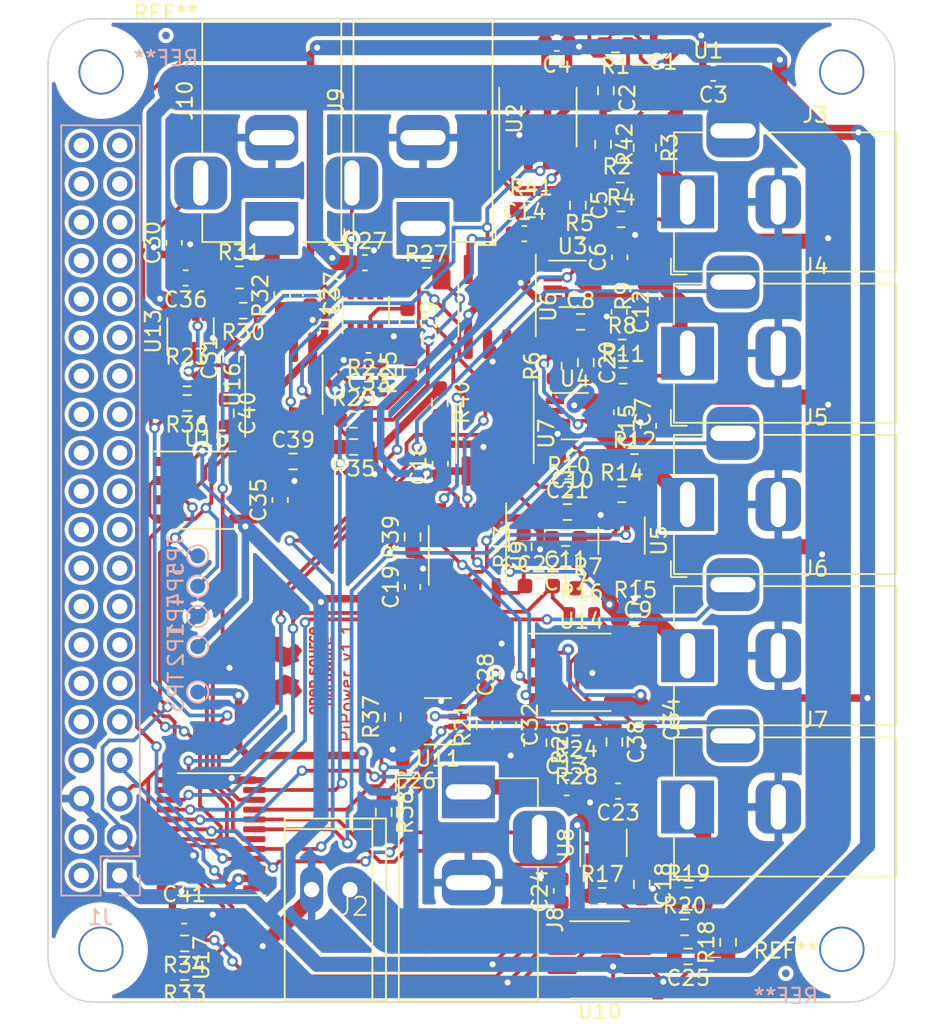
<source format=kicad_pcb>
(kicad_pcb (version 20210126) (generator pcbnew)
  (layers (0 "F.Cu" signal) (31 "B.Cu" signal) (34 "B.Paste" user) (35 "F.Paste" user) (36 "B.SilkS" user "B.Silkscreen") (37 "F.SilkS" user "F.Silkscreen") (38 "B.Mask" user) (39 "F.Mask" user) (44 "Edge.Cuts" user))
  (net 0 "")
  (net 1 "Net-(C2-Pad1)")
  (net 2 "/V12P0")
  (net 3 "Net-(C5-Pad2)")
  (net 4 "Net-(C5-Pad1)")
  (net 5 "Net-(C8-Pad1)")
  (net 6 "+12V")
  (net 7 "GND")
  (net 8 "Net-(C10-Pad1)")
  (net 9 "Net-(C11-Pad1)")
  (net 10 "+3V3")
  (net 11 "/The other seven/V12P1")
  (net 12 "/The other seven/V12P2")
  (net 13 "/The other seven/V12P3")
  (net 14 "Net-(C18-Pad1)")
  (net 15 "Net-(C20-Pad2)")
  (net 16 "Net-(C20-Pad1)")
  (net 17 "Net-(C21-Pad2)")
  (net 18 "Net-(C21-Pad1)")
  (net 19 "Net-(C22-Pad2)")
  (net 20 "Net-(C22-Pad1)")
  (net 21 "/The other seven/V12P4")
  (net 22 "Net-(C25-Pad2)")
  (net 23 "Net-(C25-Pad1)")
  (net 24 "Net-(C28-Pad1)")
  (net 25 "Net-(C29-Pad1)")
  (net 26 "Net-(C31-Pad1)")
  (net 27 "/The other seven/V12P5")
  (net 28 "Net-(C33-Pad1)")
  (net 29 "/The other seven/V12P6")
  (net 30 "Net-(C38-Pad2)")
  (net 31 "Net-(C38-Pad1)")
  (net 32 "Net-(C39-Pad2)")
  (net 33 "Net-(C39-Pad1)")
  (net 34 "Net-(C40-Pad2)")
  (net 35 "Net-(C40-Pad1)")
  (net 36 "SENS1")
  (net 37 "Net-(R1-Pad1)")
  (net 38 "Net-(R5-Pad1)")
  (net 39 "Net-(R6-Pad1)")
  (net 40 "Net-(R7-Pad1)")
  (net 41 "Net-(R17-Pad1)")
  (net 42 "Net-(R21-Pad1)")
  (net 43 "Net-(R22-Pad1)")
  (net 44 "Net-(R23-Pad1)")
  (net 45 "SENS2")
  (net 46 "SDA")
  (net 47 "SENS3")
  (net 48 "SCL")
  (net 49 "SENS4")
  (net 50 "SENS5")
  (net 51 "SENS7")
  (net 52 "SENS6")
  (net 53 "ENA0")
  (net 54 "ENA1")
  (net 55 "ENA2")
  (net 56 "ENA3")
  (net 57 "ENA4")
  (net 58 "ENA5")
  (net 59 "ENA7")
  (net 60 "ENA6")
  (net 61 "Net-(J1-Pad7)")
  (net 62 "/V12O0")
  (net 63 "/The other seven/V12O1")
  (net 64 "/The other seven/V12O2")
  (net 65 "/The other seven/V12O3")
  (net 66 "/The other seven/V12O4")
  (net 67 "/The other seven/V12O5")
  (net 68 "/The other seven/V12O7")
  (net 69 "/The other seven/V12O6")
  (footprint "Capacitor_SMD:C_0603_1608Metric" (layer "F.Cu") (at 99.16 80.02)
    (fp_text reference "C27")
    (fp_text value "10µF")
  )
  (footprint "Package_TO_SOT_SMD:TSOT-23-8" (layer "F.Cu") (at 114.91 118.37 90)
    (fp_text reference "U8")
    (fp_text value "MP5014A")
  )
  (footprint "Resistor_SMD:R_0603_1608Metric_Pad0.98x0.95mm_HandSolder" (layer "F.Cu") (at 87.4 89.29 180)
    (fp_text reference "R36")
    (fp_text value "10k")
  )
  (footprint "Package_SO:SOIC-8_3.9x4.9mm_P1.27mm" (layer "F.Cu") (at 105.94 99.37 -90)
    (fp_text reference "U9")
    (fp_text value "INA219AxD")
  )
  (footprint "Capacitor_SMD:C_0603_1608Metric" (layer "F.Cu") (at 99.4 86.49 180)
    (fp_text reference "C33")
    (fp_text value "10µF")
  )
  (footprint "Resistor_SMD:R_0805_2012Metric_Pad1.20x1.40mm_HandSolder" (layer "F.Cu") (at 120.56 122.06)
    (fp_text reference "R19")
    (fp_text value ".1")
  )
  (footprint "Resistor_SMD:R_0603_1608Metric" (layer "F.Cu") (at 116.15 95.33)
    (fp_text reference "R14")
    (fp_text value "10")
  )
  (footprint "Package_TO_SOT_SMD:TSOT-23-8" (layer "F.Cu") (at 87.6 84.56 90)
    (fp_text reference "U13")
    (fp_text value "MP5014A")
  )
  (footprint "Resistor_SMD:R_0603_1608Metric" (layer "F.Cu") (at 116.23 87.49)
    (fp_text reference "R11")
    (fp_text value "10")
  )
  (footprint "Capacitor_SMD:C_0603_1608Metric" (layer "F.Cu") (at 112.16 121.55 90)
    (fp_text reference "C24")
    (fp_text value ".1µF")
  )
  (footprint "project_footprints:NPTH_3mm_ID" (layer "F.Cu") (at 130.692389 67.416356 90)
    (fp_text reference "H4")
    (fp_text value "3mm_Mounting_Hole" hide)
  )
  (footprint "Package_SO:SOIC-8_3.9x4.9mm_P1.27mm" (layer "F.Cu") (at 113.47 107.1)
    (fp_text reference "U14")
    (fp_text value "INA219AxD")
  )
  (footprint "Resistor_SMD:R_0603_1608Metric_Pad0.98x0.95mm_HandSolder" (layer "F.Cu") (at 113.77 86.62 -90)
    (fp_text reference "C20")
    (fp_text value "1µ")
  )
  (footprint "Capacitor_SMD:C_0603_1608Metric" (layer "F.Cu") (at 93.55 95.71 90)
    (fp_text reference "C35")
    (fp_text value ".1µF")
  )
  (footprint "Resistor_SMD:R_0603_1608Metric" (layer "F.Cu") (at 113.49 103.26)
    (fp_text reference "R16")
    (fp_text value "10")
  )
  (footprint "Package_TO_SOT_SMD:TSOT-23-8" (layer "F.Cu") (at 113.04 90.14)
    (fp_text reference "U4")
    (fp_text value "MP5014A")
  )
  (footprint "Resistor_SMD:R_0603_1608Metric" (layer "F.Cu") (at 102.17 87.29 90)
    (fp_text reference "R25")
    (fp_text value "10")
  )
  (footprint "Capacitor_SMD:C_0603_1608Metric" (layer "F.Cu") (at 95.56 82.05 -90)
    (fp_text reference "C37")
    (fp_text value ".1µF")
  )
  (footprint "Package_SO:TSSOP-24_4.4x7.8mm_P0.65mm" (layer "F.Cu") (at 88.98 117.8 180)
    (fp_text reference "U17")
    (fp_text value "PCAL6416APW")
  )
  (footprint "Resistor_SMD:R_0603_1608Metric" (layer "F.Cu") (at 93.68 82.2 90)
    (fp_text reference "R32")
    (fp_text value "10")
  )
  (footprint "Resistor_SMD:R_0603_1608Metric_Pad0.98x0.95mm_HandSolder" (layer "F.Cu") (at 113.245 76.22 -90)
    (fp_text reference "C5")
    (fp_text value "1µ")
  )
  (footprint "Package_TO_SOT_SMD:TSOT-23-8" (layer "F.Cu") (at 112.89 81.39)
    (fp_text reference "U3")
    (fp_text value "MP5014A")
  )
  (footprint "Resistor_SMD:R_0603_1608Metric" (layer "F.Cu") (at 116.095 77.15)
    (fp_text reference "R4")
    (fp_text value "10")
  )
  (footprint "Capacitor_SMD:C_0603_1608Metric" (layer "F.Cu") (at 112.44 99.74 180)
    (fp_text reference "C17")
    (fp_text value "10µF")
  )
  (footprint "localstuff:Barrel Jack locking" (layer "F.Cu") (at 120.5 76 180)
    (fp_text reference "J3")
    (fp_text value "Barrel_Jack_Switch")
  )
  (footprint "Resistor_SMD:R_0603_1608Metric" (layer "F.Cu") (at 91.11 83.19 180)
    (fp_text reference "R30")
    (fp_text value "10")
  )
  (footprint "Package_TO_SOT_SMD:TSOT-23-8" (layer "F.Cu") (at 99.19 83.14 90)
    (fp_text reference "U12")
    (fp_text value "MP5014A")
  )
  (footprint "Resistor_SMD:R_0603_1608Metric" (layer "F.Cu") (at 112.64 94.85)
    (fp_text reference "R10")
    (fp_text value "10")
  )
  (footprint "Capacitor_SMD:C_0603_1608Metric" (layer "F.Cu") (at 117.21 101.55 180)
    (fp_text reference "C9")
    (fp_text value "10µF")
  )
  (footprint "Resistor_SMD:R_0603_1608Metric_Pad0.98x0.95mm_HandSolder" (layer "F.Cu") (at 104.11 89.25 -90)
    (fp_text reference "R40")
    (fp_text value "10k")
  )
  (footprint "Resistor_SMD:R_0603_1608Metric_Pad0.98x0.95mm_HandSolder" (layer "F.Cu") (at 112.88 92.97 180)
    (fp_text reference "C10")
    (fp_text value "0")
  )
  (footprint "localstuff:1X02_GN" (layer "F.Cu") (at 96.9015 121.4615 180)
    (fp_text reference "J2")
    (fp_text value "Power")
  )
  (footprint "Package_SO:SOIC-8_3.9x4.9mm_P1.27mm" (layer "F.Cu") (at 114.68 126.11 180)
    (fp_text reference "U10")
    (fp_text value "INA219AxD")
  )
  (footprint "Resistor_SMD:R_0805_2012Metric_Pad1.20x1.40mm_HandSolder" (layer "F.Cu") (at 103.22 81.09)
    (fp_text reference "R27")
    (fp_text value ".1")
  )
  (footprint "Resistor_SMD:R_0603_1608Metric_Pad0.98x0.95mm_HandSolder" (layer "F.Cu") (at 112.55 96.5)
    (fp_text reference "C21")
    (fp_text value "1µ")
  )
  (footprint "Capacitor_SMD:C_0603_1608Metric" (layer "F.Cu") (at 112.5 114.73)
    (fp_text reference "C13")
    (fp_text value "10µF")
  )
  (footprint "Capacitor_SMD:C_0603_1608Metric" (layer "F.Cu") (at 108.65 110.55 -90)
    (fp_text reference "C32")
    (fp_text value "10µF")
  )
  (footprint "Symbol:OSHW-Logo_5.7x6mm_Copper" (layer "F.Cu") (at 94 107 90)
    (fp_text reference "REF**" hide)
    (fp_text value "OSHW-Logo_5.7x6mm_Copper" hide)
  )
  (footprint "Capacitor_SMD:C_0603_1608Metric" (layer "F.Cu") (at 116.13 89.91 -90)
    (fp_text reference "C7")
    (fp_text value "10µF")
  )
  (footprint "Package_SO:SOIC-8_3.9x4.9mm_P1.27mm" (layer "F.Cu") (at 93.8 88.08 90)
    (fp_text reference "U16")
    (fp_text value "INA219AxD")
  )
  (footprint "Resistor_SMD:R_0603_1608Metric" (layer "F.Cu") (at 116.17 85.62)
    (fp_text reference "R8")
    (fp_text value "10")
  )
  (footprint "Resistor_SMD:R_0603_1608Metric" (layer "F.Cu") (at 113.34 78.84)
    (fp_text reference "R5")
    (fp_text value "22")
  )
  (footprint "Resistor_SMD:R_0603_1608Metric_Pad0.98x0.95mm_HandSolder" (layer "F.Cu") (at 101.98 83.97 -90)
    (fp_text reference "C29")
    (fp_text value "0")
  )
  (footprint "Resistor_SMD:R_0603_1608Metric" (layer "F.Cu") (at 114.85 121.87)
    (fp_text reference "R17")
    (fp_text value "22")
  )
  (footprint "Resistor_SMD:R_0603_1608Metric_Pad0.98x0.95mm_HandSolder" (layer "F.Cu") (at 113.42 83.93)
    (fp_text reference "C8")
    (fp_text value "0")
  )
  (footprint "Resistor_SMD:R_0603_1608Metric_Pad0.98x0.95mm_HandSolder" (layer "F.Cu") (at 89.96 89.97 -90)
    (fp_text reference "C40")
    (fp_text value "1µ")
  )
  (footprint "Resistor_SMD:R_0603_1608Metric" (layer "F.Cu") (at 113.12 110.75 180)
    (fp_text reference "R24")
    (fp_text value "10")
  )
  (footprint "Resistor_SMD:R_0603_1608Metric_Pad0.98x0.95mm_HandSolder" (layer "F.Cu") (at 117.47 121.11 -90)
    (fp_text reference "C18")
    (fp_text value "0")
  )
  (footprint "Capacitor_SMD:C_0603_1608Metric" (layer "F.Cu") (at 102.31 101.46 90)
    (fp_text reference "C19")
    (fp_text value ".1µF")
  )
  (footprint "Resistor_SMD:R_0805_2012Metric_Pad1.20x1.40mm_HandSolder" (layer "F.Cu") (at 117.04 103.31)
    (fp_text reference "R15")
    (fp_text value ".1")
  )
  (footprint "Resistor_SMD:R_0603_1608Metric_Pad0.98x0.95mm_HandSolder" (layer "F.Cu") (at 101 110.05 90)
    (fp_text reference "R37")
    (fp_text value "10k")
  )
  (footprint "Capacitor_SMD:C_0603_1608Metric" (layer "F.Cu") (at 111.85 65.51 180)
    (fp_text reference "C4")
    (fp_text value ".1µF")
  )
  (footprint "Resistor_SMD:R_0603_1608Metric" (layer "F.Cu") (at 111.65 86.85 90)
    (fp_text reference "R6")
    (fp_text value "22")
  )
  (footprint "Resistor_SMD:R_0603_1608Metric_Pad0.98x0.95mm_HandSolder" (layer "F.Cu") (at 115.095 68.647332 -90)
    (fp_text reference "C2")
    (fp_text value "0")
  )
  (footprint "localstuff:Barrel Jack locking" (layer "F.Cu") (at 120.5 96 180)
    (fp_text reference "J5")
    (fp_text value "Barrel_Jack_Switch")
  )
  (footprint "Resistor_SMD:R_0603_1608Metric_Pad0.98x0.95mm_HandSolder" (layer "F.Cu") (at 90.31 86.32 90)
    (fp_text reference "C31")
    (fp_text value "0")
  )
  (footprint "Resistor_SMD:R_0805_2012Metric_Pad1.20x1.40mm_HandSolder" (layer "F.Cu") (at 110.43 111.75 -90)
    (fp_text reference "R26")
    (fp_text value ".1")
  )
  (footprint "Package_TO_SOT_SMD:TSOT-23-8" (layer "F.Cu") (at 118.385 68.45)
    (fp_text reference "U1")
    (fp_text value "MP5014A")
  )
  (footprint "Package_SO:SOIC-8_3.9x4.9mm_P1.27mm" (layer "F.Cu") (at 110.6 70.4 90)
    (fp_text reference "U2")
    (fp_text value "INA219AxD")
  )
  (footprint "Resistor_SMD:R_0603_1608Metric_Pad0.98x0.95mm_HandSolder" (layer "F.Cu") (at 94.41 93.16)
    (fp_text reference "C39")
    (fp_text value "1µ")
  )
  (footprint "Package_SO:SOIC-8_3.9x4.9mm_P1.27mm" (layer "F.Cu") (at 88.67 95.06)
    (fp_text reference "U15")
    (fp_text value "INA219AxD")
  )
  (footprint "Resistor_SMD:R_0603_1608Metric" (layer "F.Cu") (at 115.735 65.59 180)
    (fp_text reference "R1")
    (fp_text value "22")
  )
  (footprint "localstuff:Barrel Jack locking" (layer "F.Cu") (at 120.5 86 180)
    (fp_text reference "J4")
    (fp_text value "Barrel_Jack_Switch")
  )
  (footprint "Resistor_SMD:R_0603_1608Metric_Pad0.98x0.95mm_HandSolder" (layer "F.Cu") (at 98.4 92.2 180)
    (fp_text reference "R35")
    (fp_text value "10k")
  )
  (footprint "Resistor_SMD:R_0603_1608Metric_Pad0.98x0.95mm_HandSolder" (layer "F.Cu") (at 110.66 101.39)
    (fp_text reference "C22")
    (fp_text value "1µ")
  )
  (footprint "Capacitor_SMD:C_0603_1608Metric" (layer "F.Cu") (at 122.2 67.49 180)
    (fp_text reference "C3")
    (fp_text value "10µF")
  )
  (footprint "Resistor_SMD:R_0805_2012Metric_Pad1.20x1.40mm_HandSolder" (layer "F.Cu") (at 117.91 82.22 90)
    (fp_text reference "R9")
    (fp_text value ".1")
  )
  (footprint "Capacitor_SMD:C_0603_1608Metric" (layer "F.Cu") (at 104.14 93.31 90)
    (fp_text reference "C16")
    (fp_text value ".1µF")
  )
  (footprint "Package_SO:SOIC-8_3.9x4.9mm_P1.27mm" (layer "F.Cu") (at 107.76 91.32 -90)
    (fp_text reference "U7")
    (fp_text value "INA219AxD")
  )
  (footprint "Capacitor_SMD:C_0603_1608Metric" (layer "F.Cu") (at 119.025667 65.72 180)
    (fp_text reference "C1")
    (fp_text value "10µF")
  )
  (footprint "project_footprints:NPTH_3mm_ID" (layer "F.Cu") (at 130.702389 125.406356 90)
    (fp_text reference "H3")
    (fp_text value "3mm_Mounting_Hole" hide)
  )
  (footprint "Resistor_SMD:R_0603_1608Metric" (layer "F.Cu") (at 87.39 87.67)
    (fp_text reference "R23")
    (fp_text value "22")
  )
  (footprint "localstuff:Barrel Jack locking" (layer "F.Cu") (at 120.5 116 180)
    (fp_text reference "J7")
    (fp_text value "Barrel_Jack_Switch")
  )
  (footprint "Capacitor_SMD:C_0603_1608Metric" (layer "F.Cu") (at 87.2 123.2)
    (fp_text reference "C41")
    (fp_text value ".1µF")
  )
  (footprint "Capacitor_SMD:C_0603_1608Metric" (layer "F.Cu") (at 115.98 83.27 -90)
    (fp_text reference "C12")
    (fp_text value "10µF")
  )
  (footprint "Resistor_SMD:R_0603_1608Metric" (layer "F.Cu") (at 107.07 110.59 90)
    (fp_text reference "R21")
    (fp_text value "22")
  )
  (footprint "Resistor_SMD:R_0603_1608Metric" (layer "F.Cu") (at 98.395 90.405)
    (fp_text reference "R29")
    (fp_text value "10")
  )
  (footprint "Resistor_SMD:R_0603_1608Metric" (layer "F.Cu") (at 113.9 101.54)
    (fp_text reference "R7")
    (fp_text value "22")
  )
  (footprint "Fiducial:Fiducial_0.5mm_Mask1mm" (layer "F.Cu") (at 127 127)
    (fp_text reference "REF**")
    (fp_text value "Fiducial_0.5mm_Mask1mm")
  )
  (footprint "Capacitor_SMD:C_0603_1608Metric" (layer "F.Cu") (at 86.54 78.7 90)
    (fp_text reference "C30")
    (fp_text value "10µF")
  )
  (footprint "Resistor_SMD:R_0603_1608Metric_Pad0.98x0.95mm_HandSolder" (layer "F.Cu") (at 87.23 126.91 180)
    (fp_text reference "R33")
    (fp_text value "1k")
  )
  (footprint "Resistor_SMD:R_0805_2012Metric_Pad1.20x1.40mm_HandSolder" (layer "F.Cu") (at 117.67 72.42 -90)
    (fp_text reference "R3")
    (fp_text value ".1")
  )
  (footprint "Resistor_SMD:R_0603_1608Metric" (layer "F.Cu") (at 120.3 123.96)
    (fp_text reference "R20")
    (fp_text value "10")
  )
  (footprint "Capacitor_SMD:C_0603_1608Metric" (layer "F.Cu") (at 116.01 79.66 90)
    (fp_text reference "C6")
    (fp_text value "10µF")
  )
  (footprint "Resistor_SMD:R_0603_1608Metric_Pad0.98x0.95mm_HandSolder" (layer "F.Cu") (at 102.31 98.15 90)
    (fp_text reference "R39")
    (fp_text value "10k")
  )
  (footprint "Fiducial:Fiducial_0.5mm_Mask1mm" (layer "F.Cu") (at 86 65)
    (fp_text reference "REF**")
    (fp_text value "Fiducial_0.5mm_Mask1mm")
  )
  (footprint "Resistor_SMD:R_0603_1608Metric_Pad0.98x0.95mm_HandSolder" (layer "F.Cu") (at 112.43 98.22 180)
    (fp_text reference "C11")
    (fp_text value "0")
  )
  (footprint "localstuff:Barrel Jack locking" (layer "F.Cu") (at 106 115 90)
    (fp_text reference "J8")
    (fp_text value "Barrel_Jack_Switch")
  )
  (footprint "Capacitor_SMD:C_0603_1608Metric" (layer "F.Cu") (at 117.91 90.81 90)
    (fp_text reference "C15")
    (fp_text value "10µF")
  )
  (footprint "Resistor_SMD:R_0603_1608Metric_Pad0.98x0.95mm_HandSolder" (layer "F.Cu") (at 115.66 111.7 -90)
    (fp_text reference "C38")
    (fp_text value "1µ")
  )
  (footprint "Capacitor_SMD:C_0603_1608Metric" (layer "F.Cu") (at 109.7 78.1)
    (fp_text reference "C14")
    (fp_text value ".1µF")
  )
  (footprint "Resistor_SMD:R_0805_2012Metric_Pad1.20x1.40mm_HandSolder" (layer "F.Cu") (at 116.98 93.41)
    (fp_text reference "R12")
    (fp_text value ".1")
  )
  (footprint "Package_TO_SOT_SMD:TSOT-23-8" (layer "F.Cu") (at 103.99 110.36 180)
    (fp_text reference "U11")
    (fp_text value "MP5014A")
  )
  (footprint "localstuff:Barrel Jack locking" (layer "F.Cu") (at 93 77.75 -90)
    (fp_text reference "J10")
    (fp_text value "Barrel_Jack_Switch")
  )
  (footprint "Package_SO:SOIC-8_3.9x4.9mm_P1.27mm" (layer "F.Cu") (at 107.9 82.93 -90)
    (fp_text reference "U6")
    (fp_text value "INA219AxD")
  )
  (footprint "Capacitor_SMD:C_0603_1608Metric" (layer "F.Cu") (at 115.9 114.95 180)
    (fp_text reference "C23")
    (fp_text value "10µF")
  )
  (footprint "Resistor_SMD:R_0805_2012Metric_Pad1.20x1.40mm_HandSolder" (layer "F.Cu") (at 90.86 80.99)
    (fp_text reference "R31")
    (fp_text value ".1")
  )
  (footprint "Resistor_SMD:R_0603_1608Metric_Pad0.98x0.95mm_HandSolder" (layer "F.Cu") (at 100.4 116.35 -90)
    (fp_text reference "R38")
    (fp_text value "10k")
  )
  (footprint "project_footprints:NPTH_3mm_ID" (layer "F.Cu") (at 81.692389 125.406356 90)
    (fp_text reference "H1")
    (fp_text value "3mm_Mounting_Hole" hide)
  )
  (footprint "Resistor_SMD:R_0603_1608Metric_Pad0.98x0.95mm_HandSolder" (layer "F.Cu") (at 120.54 125.88 180)
    (fp_text reference "C25")
    (fp_text value "1µ")
  )
  (footprint "Resistor_SMD:R_0603_1608Metric" (layer "F.Cu") (at 123.18 124.95 90)
    (fp_text reference "R18")
    (fp_text value "10")
  )
  (footprint "Resistor_SMD:R_0603_1608Metric" (layer "F.Cu") (at 116.045 75.24)
    (fp_text reference "R2")
    (fp_text value "10")
  )
  (footprint "Capacitor_SMD:C_0603_1608Metric" (layer "F.Cu") (at 102.44 112.84 180)
    (fp_text reference "C26")
    (fp_text value "10µF")
  )
  (footprint "localstuff:Barrel Jack locking" (layer "F.Cu") (at 120.5 106 180)
    (fp_text reference "J6")
    (fp_text value "Barrel_Jack_Switch")
  )
  (footprint "Capacitor_SMD:C_0603_1608Metric" (layer "F.Cu") (at 118.02 110.21 -90)
    (fp_text reference "C34")
    (fp_text value ".1µF")
  )
  (footprint "Resistor_SMD:R_0603_1608Metric" (layer "F.Cu") (at 113.14 112.55 180)
    (fp_text reference "R28")
    (fp_text value "10")
  )
  (footprint "Resistor_SMD:R_0603_1608Metric_Pad0.98x0.95mm_HandSolder" (layer "F.Cu") (at 87.23 125.02 180)
    (fp_text reference "R34")
    (fp_text value "1k")
  )
  (footprint "Resistor_SMD:R_0603_1608Metric" (layer "F.Cu") (at 99.39 88.4)
    (fp_text reference "R22")
    (fp_text value "22")
  )
  (footprint "project_footprints:NPTH_3mm_ID" (layer "F.Cu") (at 81.712389 67.406356 90)
    (fp_text reference "H2")
    (fp_text value "3mm_Mounting_Hole" hide)
  )
  (footprint "Resistor_SMD:R_0603_1608Metric_Pad0.98x0.95mm_HandSolder" (layer "F.Cu") (at 108.59 107.255 90)
    (fp_text reference "C28")
    (fp_text value "0")
  )
  (footprint "Resistor_SMD:R_0603_1608Metric_Pad0.98x0.95mm_HandSolder" (layer "F.Cu") (at 110.15 76.49)
    (fp_text reference "R41")
    (fp_text value "10k")
  )
  (footprint "Resistor_SMD:R_0603_1608Metric_Pad0.98x0.95mm_HandSolder" (layer "F.Cu") (at 114.91 72.2 -90)
    (fp_text reference "R42")
    (fp_text value "10k")
  )
  (footprint "Capacitor_SMD:C_0603_1608Metric" (layer "F.Cu") (at 87.3 81.03 180)
    (fp_text reference "C36")
    (fp_text value "10µF")
  )
  (footprint "localstuff:Barrel Jack locking" (layer "F.Cu") (at 103 77.75 -90)
    (fp_text reference "J9")
    (fp_text value "Barrel_Jack_Switch")
  )
  (footprint "Package_TO_SOT_SMD:TSOT-23-8" (layer "F.Cu") (at 116.16 98.39 -90)
    (fp_text reference "U5")
    (fp_text value "MP5014A")
  )
  (footprint "Resistor_SMD:R_0603_1608Metric" (layer "F.Cu") (at 109.66 98.8 90)
    (fp_text reference "R13")
    (fp_text value "10")
  )
  (footprint "TestPoint:TestPoint_Pad_D1.0mm" (layer "B.Cu") (at 88.1 101.4 -90)
    (fp_text reference "TP4")
    (fp_text value "TestPoint")
  )
  (footprint "TestPoint:TestPoint_Pad_D1.0mm" (layer "B.Cu") (at 88.1 105.4 -90)
    (fp_text reference "TP2")
    (fp_text value "TestPoint")
  )
  (footprint "TestPoint:TestPoint_Pad_D1.0mm" (layer "B.Cu") (at 88.1 99.4 -90)
    (fp_text reference "TP5")
    (fp_text value "TestPoint")
  )
  (footprint "TestPoint:TestPoint_Pad_D1.0mm" (layer "B.Cu") (at 88.1 108.4 -90)
    (fp_text reference "TP3")
    (fp_text value "TestPoint")
  )
  (footprint "Connector_PinSocket_2.54mm:PinSocket_2x20_P2.54mm_Vertical" (layer "B.Cu") (at 82.94 120.526356)
    (fp_text reference "J1")
    (fp_text value "Raspberry_Pi_2_3")
  )
  (footprint "Fiducial:Fiducial_0.5mm_Mask1mm" (layer "B.Cu") (at 127 127)
    (fp_text reference "REF**")
    (fp_text value "Fiducial_0.5mm_Mask1mm")
  )
  (footprint "TestPoint:TestPoint_Pad_D1.0mm" (layer "B.Cu") (at 88.1 103.4 -90)
    (fp_text reference "TP1")
    (fp_text value "TestPoint")
  )
  (footprint "Fiducial:Fiducial_0.5mm_Mask1mm" (layer "B.Cu") (at 86 65)
    (fp_text reference "REF**")
    (fp_text value "Fiducial_0.5mm_Mask1mm")
  )
  (gr_line (start 81.2 128.9) (end 131.2 128.9) (layer "Edge.Cuts") (width 0.1))
  (gr_line (start 78.2 66.9) (end 78.2 125.9) (layer "Edge.Cuts") (width 0.1))
  (gr_line (start 134.2 125.9) (end 134.2 66.9) (layer "Edge.Cuts") (width 0.1))
  (gr_line (start 131.2 63.9) (end 81.2 63.9) (layer "Edge.Cuts") (width 0.1))
  (gr_arc (start 81.2 66.9) (end 81.2 63.9) (angle -90) (layer "Edge.Cuts") (width 0.1))
  (gr_arc (start 131.2 125.9) (end 131.2 128.9) (angle -90) (layer "Edge.Cuts") (width 0.1))
  (gr_arc (start 81.2 125.9) (end 78.2 125.9) (angle -90) (layer "Edge.Cuts") (width 0.1))
  (gr_arc (start 131.2 66.9) (end 131.2 63.9) (angle 90) (layer "Edge.Cuts") (width 0.1))
  (gr_text "PiPower v1.1\nMoaT.com" (at 98.6 107.8 90) (layer "F.Cu") (effects (font (size 0.8 0.8) (thickness 0.12))))
  (segment (start 116.140168 68.78) (end 117.075 68.78) (width 0.25) (layer "F.Cu") (net 1))
  (segment (start 115.095 67.734832) (end 116.140168 68.78) (width 0.25) (layer "F.Cu") (net 1))
  (segment (start 121.51 68.955) (end 122.975 67.49) (width 0.25) (layer "F.Cu") (net 2))
  (segment (start 117.38 71.42) (end 117.67 71.42) (width 0.25) (layer "F.Cu") (net 2))
  (segment (start 119.695 69.42) (end 119.695 70.505) (width 1) (layer "F.Cu") (net 2))
  (segment (start 120.14 68.975) (end 119.695 69.42) (width 0.25) (layer "F.Cu") (net 2))
  (segment (start 121.51 68.975) (end 121.51 68.955) (width 0.25) (layer "F.Cu") (net 2))
  (segment (start 116.87 75.24) (end 116.87 74.82) (width 0.25) (layer "F.Cu") (net 2))
  (segment (start 118.78 71.42) (end 117.67 71.42) (width 1) (layer "F.Cu") (net 2))
  (segment (start 118.94572 68.78) (end 119.695 68.78) (width 0.25) (layer "F.Cu") (net 2))
  (segment (start 114.91 65.59) (end 115.66002 64.83998) (width 0.25) (layer "F.Cu") (net 2))
  (segment (start 117.4 66.49998) (end 118.124999 67.224979) (width 0.25) (layer "F.Cu") (net 2))
  (segment (start 119.695 70.505) (end 118.78 71.42) (width 1) (layer "F.Cu") (net 2))
  (segment (start 116.69498 72.10502) (end 117.38 71.42) (width 0.25) (layer "F.Cu") (net 2))
  (segment (start 118.124999 67.224979) (end 118.124999 67.959279) (width 0.25) (layer "F.Cu") (net 2))
  (segment (start 118.124999 67.959279) (end 118.94572 68.78) (width 0.25) (layer "F.Cu") (net 2))
  (segment (start 116.87 74.765) (end 116.69498 74.58998) (width 0.25) (layer "F.Cu") (net 2))
  (segment (start 116.69498 74.58998) (end 116.69498 72.10502) (width 0.25) (layer "F.Cu") (net 2))
  (segment (start 115.66002 64.83998) (end 116.95676 64.83998) (width 0.25) (layer "F.Cu") (net 2))
  (segment (start 116.95676 64.83998) (end 117.4 65.28322) (width 0.25) (layer "F.Cu") (net 2))
  (segment (start 117.4 65.28322) (end 117.4 66.49998) (width 0.25) (layer "F.Cu") (net 2))
  (segment (start 116.87 75.24) (end 116.87 74.765) (width 0.25) (layer "F.Cu") (net 2))
  (segment (start 121.51 68.975) (end 120.14 68.975) (width 0.25) (layer "F.Cu") (net 2))
  (segment (start 109.318931 75.075001) (end 111.800001 75.075001) (width 0.25) (layer "F.Cu") (net 3))
  (segment (start 113.2625 77.15) (end 113.245 77.1325) (width 0.25) (layer "F.Cu") (net 3))
  (segment (start 115.89502 74.76824) (end 115.89502 76.52498) (width 0.25) (layer "F.Cu") (net 3))
  (segment (start 108.11998 73.87605) (end 109.318931 75.075001) (width 0.25) (layer "F.Cu") (net 3))
  (segment (start 109.965 67.925) (end 109.965 70.02893) (width 0.25) (layer "F.Cu") (net 3))
  (segment (start 108.11998 71.87395) (end 108.11998 73.87605) (width 0.25) (layer "F.Cu") (net 3))
  (segment (start 115.89502 76.52498) (end 115.27 77.15) (width 0.25) (layer "F.Cu") (net 3))
  (segment (start 115.27 77.15) (end 113.2625 77.15) (width 0.25) (layer "F.Cu") (net 3))
  (segment (start 111.800001 75.075001) (end 112.385022 74.48998) (width 0.25) (layer "F.Cu") (net 3))
  (segment (start 109.965 70.02893) (end 108.11998 71.87395) (width 0.25) (layer "F.Cu") (net 3))
  (segment (start 115.2525 77.1325) (end 115.27 77.15) (width 0.25) (layer "F.Cu") (net 3))
  (segment (start 115.61676 74.48998) (end 115.89502 74.76824) (width 0.25) (layer "F.Cu") (net 3))
  (segment (start 112.385022 74.48998) (end 115.61676 74.48998) (width 0.25) (layer "F.Cu") (net 3))
  (segment (start 107.34999 69.27001) (end 108.695 67.925) (width 0.25) (layer "F.Cu") (net 4))
  (segment (start 113.245 75.3075) (end 113.077488 75.475012) (width 0.25) (layer "F.Cu") (net 4))
  (segment (start 107.34999 73.67176) (end 107.34999 69.27001) (width 0.25) (layer "F.Cu") (net 4))
  (segment (start 109.153242 75.475012) (end 107.34999 73.67176) (width 0.25) (layer "F.Cu") (net 4))
  (segment (start 113.245 75.3075) (end 115.1525 75.3075) (width 0.25) (layer "F.Cu") (net 4))
  (segment (start 113.3125 75.24) (end 113.245 75.3075) (width 0.25) (layer "F.Cu") (net 4))
  (segment (start 113.077488 75.475012) (end 109.153242 75.475012) (width 0.25) (layer "F.Cu") (net 4))
  (segment (start 115.1525 75.3075) (end 115.22 75.24) (width 0.25) (layer "F.Cu") (net 4))
  (segment (start 112.5075 83.93) (end 112.5075 81.7875) (width 0.25) (layer "F.Cu") (net 5))
  (segment (start 112.5075 81.7875) (end 112.44 81.72) (width 0.25) (layer "F.Cu") (net 5))
  (segment (start 112.44 81.72) (end 111.58 81.72) (width 0.25) (layer "F.Cu") (net 5))
  (segment (start 114.215 80.435) (end 114.2 80.42) (width 1) (layer "F.Cu") (net 6))
  (segment (start 102.2 114.919998) (end 102.2 115) (width 1) (layer "F.Cu") (net 6))
  (segment (start 102.68 111.33) (end 103.215 111.865) (width 1) (layer "F.Cu") (net 6))
  (segment (start 116.01 80.435) (end 116.485 80.435) (width 1) (layer "F.Cu") (net 6))
  (segment (start 85.78 82.4) (end 86.63 83.25) (width 1) (layer "F.Cu") (net 6))
  (segment (start 117.985 100.555) (end 117.13 99.7) (width 0.5) (layer "F.Cu") (net 6))
  (segment (start 117.985 101.55) (end 117.985 100.555) (width 0.5) (layer "F.Cu") (net 6))
  (segment (start 98.385 80.02) (end 97.32 80.02) (width 1) (layer "F.Cu") (net 6))
  (segment (start 111.725 114.845) (end 113.94 117.06) (width 0.25) (layer "F.Cu") (net 6))
  (segment (start 86.54 79.475) (end 85.675 79.475) (width 0.5) (layer "F.Cu") (net 6))
  (segment (start 114.35 89.17) (end 116.095 89.17) (width 1) (layer "F.Cu") (net 6))
  (segment (start 128.9 98.8) (end 129.4 99.3) (width 1) (layer "F.Cu") (net 6))
  (segment (start 113.94 117.06) (end 113.34 117.06) (width 1) (layer "F.Cu") (net 6))
  (segment (start 129.6 78.6) (end 129.8 78.4) (width 1) (layer "F.Cu") (net 6))
  (segment (start 116.36502 88.89998) (end 129.29998 88.89998) (width 1) (layer "F.Cu") (net 6))
  (segment (start 119.695 67.895) (end 118.8 67) (width 0.5) (layer "F.Cu") (net 6))
  (segment (start 114.35 89.17) (end 113.28 89.17) (width 1) (layer "F.Cu") (net 6))
  (segment (start 116.485 80.435) (end 118.32 78.6) (width 1) (layer "F.Cu") (net 6))
  (segment (start 119.28 67.48) (end 118.8 67) (width 0.5) (layer "F.Cu") (net 6))
  (segment (start 119.695 68.12) (end 119.695 67.895) (width 0.5) (layer "F.Cu") (net 6))
  (segment (start 117.13 99.7) (end 118.03 98.8) (width 1) (layer "F.Cu") (net 6))
  (segment (start 97.32 80.02) (end 97 79.7) (width 1) (layer "F.Cu") (net 6))
  (segment (start 85.675 79.475) (end 85.2 79) (width 0.5) (layer "F.Cu") (net 6))
  (segment (start 99 112.4) (end 98.8 112.6) (width 0.5) (layer "F.Cu") (net 6))
  (segment (start 90.8 112) (end 90.8 108.6) (width 0.5) (layer "F.Cu") (net 6))
  (segment (start 119.800667 65.72) (end 119.800667 65.999333) (width 0.5) (layer "F.Cu") (net 6))
  (segment (start 129.29998 88.89998) (end 129.8 89.4) (width 1) (layer "F.Cu") (net 6))
  (segment (start 113.94 117.06) (end 114.58 117.06) (width 0.5) (layer "F.Cu") (net 6))
  (segment (start 116.13 89.135) (end 116.36502 88.89998) (width 1) (layer "F.Cu") (net 6))
  (segment (start 98.385 80.02) (end 98.385 81.665) (width 1) (layer "F.Cu") (net 6))
  (segment (start 113.34 117.06) (end 113.2 117.2) (width 0.25) (layer "F.Cu") (net 6))
  (segment (start 98.8 112.6) (end 91.4 112.6) (width 0.5) (layer "F.Cu") (net 6))
  (segment (start 85.6 82.4) (end 85.78 82.4) (width 1) (layer "F.Cu") (net 6))
  (segment (start 119.800667 65.999333) (end 118.8 67) (width 0.5) (layer "F.Cu") (net 6))
  (segment (start 118.32 78.6) (end 129.6 78.6) (width 1) (layer "F.Cu") (net 6))
  (segment (start 103.215 112.84) (end 103.215 113.904998) (width 1) (layer "F.Cu") (net 6))
  (segment (start 113.28 89.17) (end 113 89.45) (width 1) (layer "F.Cu") (net 6))
  (segment (start 91.4 112.6) (end 90.8 112) (width 0.5) (layer "F.Cu") (net 6))
  (segment (start 103.215 111.865) (end 103.215 112.84) (width 1) (layer "F.Cu") (net 6))
  (segment (start 98.385 81.665) (end 98.22 81.83) (width 1) (layer "F.Cu") (net 6))
  (segment (start 119.695 67.48) (end 119.28 67.48) (width 0.5) (layer "F.Cu") (net 6))
  (segment (start 116.095 89.17) (end 116.13 89.135) (width 1) (layer "F.Cu") (net 6))
  (segment (start 116.01 80.435) (end 114.215 80.435) (width 1) (layer "F.Cu") (net 6))
  (segment (start 103.215 113.904998) (end 102.2 114.919998) (width 1) (layer "F.Cu") (net 6))
  (segment (start 118.03 98.8) (end 128.9 98.8) (width 1) (layer "F.Cu") (net 6))
  (via (at 113 89.45) (size 0.7) (drill 0.4) (layers "F.Cu" "B.Cu") (net 6))
  (via (at 90.8 108.6) (size 0.8) (drill 0.4) (layers "F.Cu" "B.Cu") (net 6))
  (via (at 129.8 78.4) (size 0.8) (drill 0.4) (layers "F.Cu" "B.Cu") (net 6))
  (via (at 129.8 89.4) (size 0.8) (drill 0.4) (layers "F.Cu" "B.Cu") (net 6))
  (via (at 113.2 117.2) (size 0.8) (drill 0.4) (layers "F.Cu" "B.Cu") (net 6))
  (via (at 102.2 115) (size 0.8) (drill 0.4) (layers "F.Cu" "B.Cu") (net 6))
  (via (at 85.2 79) (size 0.8) (drill 0.4) (layers "F.Cu" "B.Cu") (net 6))
  (via (at 129.4 99.3) (size 0.8) (drill 0.4) (layers "F.Cu" "B.Cu") (net 6))
  (via (at 118.8 67) (size 0.8) (drill 0.4) (layers "F.Cu" "B.Cu") (net 6))
  (via (at 97 79.7) (size 0.8) (drill 0.4) (layers "F.Cu" "B.Cu") (net 6))
  (via (at 85.6 82.4) (size 0.8) (drill 0.4) (layers "F.Cu" "B.Cu") (net 6))
  (via (at 99 112.4) (size 0.8) (drill 0.4) (layers "F.Cu" "B.Cu") (net 6))
  (segment (start 99 114.4) (end 99.6 115) (width 0.5) (layer "B.Cu") (net 6))
  (segment (start 85.2 70.2) (end 85.2 79) (width 1) (layer "B.Cu") (net 6))
  (segment (start 96.000021 68.450021) (end 86.949979 68.450021) (width 3) (layer "B.Cu") (net 6))
  (segment (start 85.2 79) (end 85.2 82) (width 1) (layer "B.Cu") (net 6))
  (segment (start 100.91 124.2) (end 103.2 124.2) (width 3) (layer "B.Cu") (net 6))
  (segment (start 95.89498 68.555062) (end 96.000021 68.450021) (width 1) (layer "B.Cu") (net 6))
  (segment (start 113.2 117.2) (end 113.2 124) (width 1) (layer "B.Cu") (net 6))
  (segment (start 123.6 124.2) (end 129.8 118) (width 3) (layer "B.Cu") (net 6))
  (segment (start 85.2 82) (end 85.6 82.4) (width 1) (layer "B.Cu") (net 6))
  (segment (start 129.8 89.4) (end 129.8 78.4) (width 3) (layer "B.Cu") (net 6))
  (segment (start 113 124.2) (end 123.6 124.2) (width 3) (layer "B.Cu") (net 6))
  (segment (start 98.1715 121.4615) (end 100.91 124.2) (width 3) (layer "B.Cu") (net 6))
  (segment (start 129.8 73.146999) (end 129.65002 72.997019) (width 3) (layer "B.Cu") (net 6))
  (segment (start 129.8 78.4) (end 129.8 73.146999) (width 3) (layer "B.Cu") (net 6))
  (segment (start 103.2 124.2) (end 113 124.2) (width 3) (layer "B.Cu") (net 6))
  (segment (start 103.2 124.2) (end 102.2 123.2) (width 1) (layer "B.Cu") (net 6))
  (segment (start 129.8 73.146999) (end 125.103022 68.450021) (width 3) (layer "B.Cu") (net 6))
  (segment (start 99.6 115) (end 102.2 115) (width 0.5) (layer "B.Cu") (net 6))
  (segment (start 113.2 124) (end 113 124.2) (width 0.25) (layer "B.Cu") (net 6))
  (segment (start 85.2 70.2) (end 86.949979 68.450021) (width 1) (layer "B.Cu") (net 6))
  (segment (start 88.1 108.4) (end 90.6 108.4) (width 0.5) (layer "B.Cu") (net 6))
  (segment (start 102.2 123.2) (end 102.2 115) (width 1) (layer "B.Cu") (net 6))
  (segment (start 125.103022 68.450021) (end 96.000021 68.450021) (width 3) (layer "B.Cu") (net 6))
  (segment (start 97 79.7) (end 95.89498 78.59498) (width 1) (layer "B.Cu") (net 6))
  (segment (start 129.8 118) (end 129.8 89.4) (width 3) (layer "B.Cu") (net 6))
  (segment (start 90.6 108.4) (end 90.8 108.6) (width 0.5) (layer "B.Cu") (net 6))
  (segment (start 95.89498 78.59498) (end 95.89498 68.555062) (width 1) (layer "B.Cu") (net 6))
  (segment (start 99 112.4) (end 99 114.4) (width 0.5) (layer "B.Cu") (net 6))
  (segment (start 113 89.45) (end 113.85 88.6) (width 1) (layer "B.Cu") (net 6))
  (segment (start 101.665 112.84) (end 101.64 112.84) (width 0.5) (layer "F.Cu") (net 7))
  (segment (start 112.205 125.475) (end 110.725 125.475) (width 0.25) (layer "F.Cu") (net 7))
  (segment (start 104.677675 100.242675) (end 103.002715 100.242675) (width 0.5) (layer "F.Cu") (net 7))
  (segment (start 111.58 82.36) (end 110.47 82.36) (width 0.5) (layer "F.Cu") (net 7))
  (segment (start 110.785 98.9325) (end 110.75 98.9675) (width 0.5) (layer "F.Cu") (net 7))
  (segment (start 115.125 114.95) (end 114.8 114.95) (width 0.5) (layer "F.Cu") (net 7))
  (segment (start 111.9675 92.97) (end 111.9675 91.9825) (width 0.5) (layer "F.Cu") (net 7))
  (segment (start 86.67 81.03) (end 86.525 81.03) (width 0.5) (layer "F.Cu") (net 7))
  (segment (start 116.13 90.685) (end 117.26 90.685) (width 0.5) (layer "F.Cu") (net 7))
  (segment (start 109.665 88.362154) (end 107.855151 86.552305) (width 0.5) (layer "F.Cu") (net 7))
  (segment (start 115.095 69.559832) (end 116.935168 69.559832) (width 0.5) (layer "F.Cu") (net 7))
  (segment (start 109.325 72.875) (end 109.325 71.62354) (width 0.5) (layer "F.Cu") (net 7))
  (segment (start 86.1175 119.425) (end 87.575 119.425) (width 0.5) (layer "F.Cu") (net 7))
  (segment (start 121.51 67.425) (end 121.51 65.11) (width 0.5) (layer "F.Cu") (net 7))
  (segment (start 116.935168 69.559832) (end 117.075 69.42) (width 0.5) (layer "F.Cu") (net 7))
  (segment (start 111.235 71.122154) (end 109.965 72.392154) (width 0.5) (layer "F.Cu") (net 7))
  (segment (start 91.8425 114.225) (end 90.47671 114.225) (width 0.5) (layer "F.Cu") (net 7))
  (segment (start 103.002715 99.755215) (end 102.31 99.0625) (width 0.5) (layer "F.Cu") (net 7))
  (segment (start 110.75 97.741442) (end 109.903558 96.895) (width 0.5) (layer "F.Cu") (net 7))
  (segment (start 111.900551 91.280551) (end 111.900551 91.32999) (width 0.5) (layer "F.Cu") (net 7))
  (segment (start 115.095 69.559832) (end 112.797322 69.559832) (width 0.5) (layer "F.Cu") (net 7))
  (segment (start 107.125 93.795) (end 107.125 92.325) (width 0.5) (layer "F.Cu") (net 7))
  (segment (start 102.56039 100.685) (end 103.002715 100.242675) (width 0.5) (layer "F.Cu") (net 7))
  (segment (start 101.665 112.84) (end 101.665 114.1725) (width 0.5) (layer "F.Cu") (net 7))
  (segment (start 110.725 125.475) (end 108.6 127.6) (width 0.25) (layer "F.Cu") (net 7))
  (segment (start 104.655031 92.019969) (end 104.14 92.535) (width 0.5) (layer "F.Cu") (net 7))
  (segment (start 89.00789 123.2) (end 89.091172 123.116718) (width 0.5) (layer "F.Cu") (net 7))
  (segment (start 101.0675 84.8825) (end 100.5925 84.8825) (width 0.5) (layer "F.Cu") (net 7))
  (segment (start 108.65 112.45) (end 108.8 112.6) (width 0.5) (layer "F.Cu") (net 7))
  (segment (start 115.62501 84.045) (end 115.155 83.57499) (width 0.5) (layer "F.Cu") (net 7))
  (segment (start 107.855151 86.552305) (end 107.602305 86.552305) (width 0.5) (layer "F.Cu") (net 7))
  (segment (start 90.47671 114.225) (end 90.34855 114.09684) (width 0.5) (layer "F.Cu") (net 7))
  (segment (start 109.665 88.845) (end 109.665 88.362154) (width 0.5) (layer "F.Cu") (net 7))
  (segment (start 114.3325 83.93) (end 114.79999 83.93) (width 0.5) (layer "F.Cu") (net 7))
  (segment (start 111.075 67.765) (end 111.235 67.925) (width 0.5) (layer "F.Cu") (net 7))
  (segment (start 101.64 112.84) (end 101 112.2) (width 0.5) (layer "F.Cu") (net 7))
  (segment (start 115.98 84.045) (end 115.62501 84.045) (width 0.5) (layer "F.Cu") (net 7))
  (segment (start 109.805 80.455) (end 109.463051 80.796949) (width 0.5) (layer "F.Cu") (net 7))
  (segment (start 107.125 93.795) (end 107.125 94.500117) (width 0.5) (layer "F.Cu") (net 7))
  (segment (start 115.945 107.735) (end 114.79499 107.735) (width 0.5) (layer "F.Cu") (net 7))
  (segment (start 107.125 94.500117) (end 107.845 95.220117) (width 0.5) (layer "F.Cu") (net 7))
  (segment (start 90.31 85.4075) (end 90.4075 85.4075) (width 0.5) (layer "F.Cu") (net 7))
  (segment (start 99.8 92.6475) (end 99.76 92.6475) (width 0.5) (layer "F.Cu") (net 7))
  (segment (start 114.79999 83.93) (end 115.155 83.57499) (width 0.5) (layer "F.Cu") (net 7))
  (segment (start 110.75 98.9675) (end 110.75 97.741442) (width 0.5) (layer "F.Cu") (net 7))
  (segment (start 99.935 80.02) (end 99.935 79.385) (width 0.5) (layer "F.Cu") (net 7))
  (segment (start 93.55 94.935) (end 94.015 94.935) (width 0.5) (layer "F.Cu") (net 7))
  (segment (start 107.602305 85.742305) (end 107.602305 86.552305) (width 0.5) (layer "F.Cu") (net 7))
  (segment (start 118.250667 65.72) (end 118.250667 64.949333) (width 0.5) (layer "F.Cu") (net 7))
  (segment (start 110.47 82.36) (end 109.463051 81.353051) (width 0.5) (layer "F.Cu") (net 7))
  (segment (start 116.01 78.885) (end 116.712475 78.182525) (width 0.5) (layer "F.Cu") (net 7))
  (segment (start 103.002715 100.242675) (end 103.002715 99.755215) (width 0.5) (layer "F.Cu") (net 7))
  (segment (start 109.903558 96.895) (end 107.845 96.895) (width 0.5) (layer "F.Cu") (net 7))
  (segment (start 113.275 114.925) (end 114.05 115.7) (width 0.5) (layer "F.Cu") (net 7))
  (segment (start 117.155 126.745) (end 118.085061 126.745) (width 0.25) (layer "F.Cu") (net 7))
  (segment (start 101 110.9625) (end 101 112.2) (width 0.5) (layer "F.Cu") (net 7))
  (segment (start 111.5175 99.5925) (end 111.665 99.74) (width 0.5) (layer "F.Cu") (net 7))
  (segment (start 87.975 123.2) (end 89.00789 123.2) (width 0.5) (layer "F.Cu") (net 7))
  (segment (start 89.0325 85.4075) (end 89.0325 85.0675) (width 0.5) (layer "F.Cu") (net 7))
  (segment (start 117.3725 90.5725) (end 117.91 90.035) (width 0.5) (layer "F.Cu") (net 7))
  (segment (start 107 92.2) (end 106.819969 92.019969) (width 0.5) (layer "F.Cu") (net 7))
  (segment (start 88.3125 90.3125) (end 88.4 90.4) (width 0.5) (layer "F.Cu") (net 7))
  (segment (start 110.475 79.785) (end 109.805 80.455) (width 0.5) (layer "F.Cu") (net 7))
  (segment (start 111.235 67.925) (end 111.235 71.122154) (width 0.5) (layer "F.Cu") (net 7))
  (segment (start 87.575 119.425) (end 87.8 119.2) (width 0.5) (layer "F.Cu") (net 7))
  (segment (start 121.51 65.11) (end 121.4 65) (width 0.5) (layer "F.Cu") (net 7))
  (segment (start 87.41502 78.80002) (end 87.41502 80.28498) (width 0.5) (layer "F.Cu") (net 7))
  (segment (start 89.0325 85.4075) (end 88.57 85.87) (width 0.5) (layer "F.Cu") (net 7))
  (segment (start 121 64.6) (end 121.4 65) (width 0.5) (layer "F.Cu") (net 7))
  (segment (start 99.8 92.6475) (end 99.8 94) (width 0.5) (layer "F.Cu") (net 7))
  (segment (start 92.79 95.695) (end 91.145 95.695) (width 0.5) (layer "F.Cu") (net 7))
  (segment (start 112.16 120.775) (end 110.975 120.775) (width 0.25) (layer "F.Cu") (net 7))
  (segment (start 111.5175 98.9325) (end 110.785 98.9325) (width 0.5) (layer "F.Cu") (net 7))
  (segment (start 95.6315 121.9685) (end 92.4 125.2) (width 1) (layer "F.Cu") (net 7))
  (segment (start 114.8 114.95) (end 114.05 115.7) (width 0.5) (layer "F.Cu") (net 7))
  (segment (start 95.56 83.664728) (end 95.695331 83.800059) (width 0.5) (layer "F.Cu") (net 7))
  (segment (start 101.665 114.1725) (end 100.4 115.4375) (width 0.5) (layer "F.Cu") (net 7))
  (segment (start 105.305 100.87) (end 104.677675 100.242675) (width 0.5) (layer "F.Cu") (net 7))
  (segment (start 114.81 96.7) (end 114.75 96.7) (width 0.5) (layer "F.Cu") (net 7))
  (segment (start 109.2375 76.8625) (end 110.475 78.1) (width 0.5) (layer "F.Cu") (net 7))
  (segment (start 111.5175 98.9325) (end 111.5175 99.5925) (width 0.5) (layer "F.Cu") (net 7))
  (segment (start 108.695 72.875) (end 109.325 72.875) (width 0.5) (layer "F.Cu") (net 7))
  (segment (start 108.59 106.3425) (end 108.59 105.59) (width 0.5) (layer "F.Cu") (net 7))
  (segment (start 115.19 97.08) (end 114.81 96.7) (width 0.5) (layer "F.Cu") (net 7))
  (segment (start 113.275 114.73) (end 113.275 114.925) (width 0.5) (layer "F.Cu") (net 7))
  (segment (start 118.6 64.6) (end 121 64.6) (width 0.5) (layer "F.Cu") (net 7))
  (segment (start 107.265 85.405) (end 107.602305 85.742305) (width 0.5) (layer "F.Cu") (net 7))
  (segment (start 104.11 88.3375) (end 99.8 92.6475) (width 0.5) (layer "F.Cu") (net 7))
  (segment (start 94.015 94.935) (end 94.5 94.45) (width 0.5) (layer "F.Cu") (net 7))
  (segment (start 109.463051 80.796949) (end 109.463051 81.353051) (width 0.5) (layer "F.Cu") (net 7))
  (segment (start 114.91 71.2875) (end 114.91 69.744832) (width 0.5) (layer "F.Cu") (net 7))
  (segment (start 108.65 111.325) (end 108.65 112.45) (width 0.5) (layer "F.Cu") (net 7))
  (segment (start 117.47 122.0225) (end 117.5775 122.0225) (width 0.25) (layer "F.Cu") (net 7))
  (segment (start 107.845 95.220117) (end 107.845 96.895) (width 0.5) (layer "F.Cu") (net 7))
  (segment (start 117.5775 122.0225) (end 118.2 121.4) (width 0.25) (layer "F.Cu") (net 7))
  (segment (start 87.41502 80.28498) (end 86.67 81.03) (width 0.5) (layer "F.Cu") (net 7))
  (segment (start 99.76 92.6475) (end 99.3125 92.2) (width 0.5) (layer "F.Cu") (net 7))
  (segment (start 111.5175 98.22) (end 111.5175 98.9325) (width 0.5) (layer "F.Cu") (net 7))
  (segment (start 102.31 100.685) (end 102.56039 100.685) (width 0.5) (layer "F.Cu") (net 7))
  (segment (start 94.435 85.605) (end 94.435 83.95) (width 0.5) (layer "F.Cu") (net 7))
  (segment (start 98.625 86.49) (end 97.79 86.49) (width 0.5) (layer "F.Cu") (net 7))
  (segment (start 87.41502 78.80002) (end 87.599446 78.80002) (width 0.5) (layer "F.Cu") (net 7))
  (segment (start 118.02 110.985) (end 118.02 111.58) (width 0.5) (layer "F.Cu") (net 7))
  (segment (start 111.075 65.51) (end 111.075 67.765) (width 0.5) (layer "F.Cu") (net 7))
  (segment (start 114.91 69.744832) (end 115.095 69.559832) (width 0.5) (layer "F.Cu") (net 7))
  (segment (start 117.47 122.0225) (end 115.88 120.4325) (width 0.25) (layer "F.Cu") (net 7))
  (segment (start 114.79499 107.735) (end 114.2 107.14001) (width 0.5) (layer "F.Cu") (net 7))
  (segment (start 116.435 101.635) (end 117 102.2) (width 0.5) (layer "F.Cu") (net 7))
  (segment (start 107.125 92.325) (end 107 92.2) (width 0.5) (layer "F.Cu") (net 7))
  (segment (start 112.797322 69.559832) (end 111.235 71.122154) (width 0.5) (layer "F.Cu") (net 7))
  (segment (start 90.31 85.4075) (end 89.0325 85.4075) (width 0.5) (layer "F.Cu") (net 7))
  (segment (start 111.73 91.11) (end 111.900551 91.280551) (width 0.5) (layer "F.Cu") (net 7))
  (segment (start 105.305 101.845) (end 105.305 100.87) (width 0.5) (layer "F.Cu") (net 7))
  (segment (start 109.2375 76.49) (end 109.2375 76.8625) (width 0.5) (layer "F.Cu") (net 7))
  (segment (start 88.3125 89.29) (end 88.3125 90.3125) (width 0.5) (layer "F.Cu") (net 7))
  (segment (start 90.4075 85.4075) (end 91 86) (width 0.5) (layer "F.Cu") (net 7))
  (segment (start 93.55 94.935) (end 92.79 95.695) (width 0.5) (layer "F.Cu") (net 7))
  (segment (start 111.9675 91.9825) (end 111.900551 91.915551) (width 0.5) (layer "F.Cu") (net 7))
  (segment (start 105.3 109.39) (end 104.59 109.39) (width 0.5) (layer "F.Cu") (net 7))
  (segment (start 110.975 120.775) (end 110.8 120.6) (width 0.25) (layer "F.Cu") (net 7))
  (segment (start 86.54 77.925) (end 87.41502 78.80002) (width 0.5) (layer "F.Cu") (net 7))
  (segment (start 104.59 109.39) (end 104.2 109) (width 0.5) (layer "F.Cu") (net 7))
  (segment (start 110.475 78.1) (end 110.475 79.785) (width 0.5) (layer "F.Cu") (net 7))
  (segment (start 118.085061 126.745) (end 118.892726 127.552665) (width 0.25) (layer "F.Cu") (net 7))
  (segment (start 118.250667 64.949333) (end 118.6 64.6) (width 0.5) (layer "F.Cu") (net 7))
  (segment (start 106.819969 92.019969) (end 104.655031 92.019969) (width 0.5) (layer "F.Cu") (net 7))
  (segment (start 109.965 72.392154) (end 109.965 72.875) (width 0.5) (layer "F.Cu") (net 7))
  (segment (start 99.935 79.385) (end 99.75 79.2) (width 0.5) (layer "F.Cu") (net 7))
  (segment (start 116.712475 78.182525) (end 117.032535 78.182525) (width 0.5) (layer "F.Cu") (net 7))
  (segment (start 111.900551 91.915551) (end 111.900551 91.32999) (width 0.5) (layer "F.Cu") (net 7))
  (segment (start 95.56 82.825) (end 95.56 83.664728) (width 0.5) (layer "F.Cu") (net 7))
  (segment (start 115.88 120.4325) (end 115.88 119.68) (width 0.25) (layer "F.Cu") (net 7))
  (segment (start 87.599446 78.80002) (end 87.6 78.799466) (width 0.5) (layer "F.Cu") (net 7))
  (segment (start 89.0325 85.0675) (end 89.1 85) (width 0.5) (layer "F.Cu") (net 7))
  (segment (start 101.98 84.8825) (end 101.0675 84.8825) (width 0.5) (layer "F.Cu") (net 7))
  (segment (start 117.26 90.685) (end 117.3725 90.5725) (width 0.5) (layer "F.Cu") (net 7))
  (segment (start 97.79 86.49) (end 97.75 86.45) (width 0.5) (layer "F.Cu") (net 7))
  (segment (start 108.59 105.59) (end 108.2 105.2) (width 0.5) (layer "F.Cu") (net 7))
  (segment (start 118.02 111.58) (end 117.6 112) (width 0.5) (layer "F.Cu") (net 7))
  (segment (start 94.435 83.95) (end 95.56 82.825) (width 0.5) (layer "F.Cu") (net 7))
  (segment (start 109.325 71.62354) (end 109.37427 71.57427) (width 0.5) (layer "F.Cu") (net 7))
  (segment (start 116.435 101.55) (end 116.435 101.635) (width 0.5) (layer "F.Cu") (net 7))
  (segment (start 100.5925 84.8825) (end 100.16 84.45) (width 0.5) (layer "F.Cu") (net 7))
  (segment (start 95.6315 121.4615) (end 95.6315 121.9685) (width 1) (layer "F.Cu") (net 7))
  (segment (start 109.325 72.875) (end 109.965 72.875) (width 0.5) (layer "F.Cu") (net 7))
  (via (at 95.695331 83.800059) (size 0.8) (drill 0.4) (layers "F.Cu" "B.Cu") (net 7))
  (via (at 97.75 86.45) (size 0.8) (drill 0.4) (layers "F.Cu" "B.Cu") (net 7))
  (via (at 118.892726 127.552665) (size 0.8) (drill 0.4) (layers "F.Cu" "B.Cu") (net 7))
  (via (at 121.4 65) (size 0.8) (drill 0.4) (layers "F.Cu" "B.Cu") (net 7))
  (via (at 117.3725 90.5725) (size 0.7) (drill 0.4) (layers "F.Cu" "B.Cu") (net 7))
  (via (at 107.602305 86.552305) (size 0.8) (drill 0.4) (layers "F.Cu" "B.Cu") (net 7))
  (via (at 108.6 127.6) (size 0.8) (drill 0.4) (layers "F.Cu" "B.Cu") (net 7))
  (via (at 87.8 119.2) (size 0.8) (drill 0.4) (layers "F.Cu" "B.Cu") (net 7))
  (via (at 114.2 107.14001) (size 0.8) (drill 0.4) (layers "F.Cu" "B.Cu") (net 7))
  (via (at 99.8 94) (size 0.8) (drill 0.4) (layers "F.Cu" "B.Cu") (net 7))
  (via (at 87.6 78.799466) (size 0.8) (drill 0.4) (layers "F.Cu" "B.Cu") (net 7))
  (via (at 108.8 112.6) (size 0.8) (drill 0.4) (layers "F.Cu" "B.Cu") (net 7))
  (via (at 89.091172 123.116718) (size 0.8) (drill 0.4) (layers "F.Cu" "B.Cu") (net 7))
  (via (at 90.2 106.8) (size 0.8) (drill 0.4) (layers "F.Cu" "B.Cu") (net 7))
  (via (at 111.900551 91.32999) (size 0.7) (drill 0.4) (layers "F.Cu" "B.Cu") (net 7))
  (via (at 117 102.2) (size 0.8) (drill 0.4) (layers "F.Cu" "B.Cu") (net 7))
  (via (at 110.8 120.6) (size 0.8) (drill 0.4) (layers "F.Cu" "B.Cu") (net 7))
  (via (at 115.155 83.57499) (size 0.7) (drill 0.4) (layers "F.Cu" "B.Cu") (net 7))
  (via (at 108.2 105.2) (size 0.8) (drill 0.4) (layers "F.Cu" "B.Cu") (net 7))
  (via (at 88.4 90.4) (size 0.8) (drill 0.4) (layers "F.Cu" "B.Cu") (net 7))
  (via (at 117.032535 78.182525) (size 0.8) (drill 0.4) (layers "F.Cu" "B.Cu") (net 7))
  (via (at 110.75 98.9675) (size 0.8) (drill 0.4) (layers "F.Cu" "B.Cu") (net 7))
  (via (at 101 112.2) (size 0.8) (drill 0.4) (layers "F.Cu" "B.Cu") (net 7))
  (via (at 114.75 96.7) (size 0.8) (drill 0.4) (layers "F.Cu" "B.Cu") (net 7))
  (via (at 107 92.2) (size 0.7) (drill 0.4) (layers "F.Cu" "B.Cu") (net 7))
  (via (at 101.0675 84.8825) (size 0.7) (drill 0.4) (layers "F.Cu" "B.Cu") (net 7))
  (via (at 92.4 125.2) (size 0.8) (drill 0.4) (layers "F.Cu" "B.Cu") (net 7))
  (via (at 118.2 121.4) (size 0.8) (drill 0.4) (layers "F.Cu" "B.Cu") (net 7))
  (via (at 94.5 94.45) (size 0.8) (drill 0.4) (layers "F.Cu" "B.Cu") (net 7))
  (via (at 104.2 109) (size 0.8) (drill 0.4) (layers "F.Cu" "B.Cu") (net 7))
  (via (at 89.1 85) (size 0.8) (drill 0.4) (layers "F.Cu" "B.Cu") (net 7))
  (via (at 109.463051 81.353051) (size 0.7) (drill 0.4) (layers "F.Cu" "B.Cu") (net 7))
  (via (at 91 86) (size 0.8) (drill 0.4) (layers "F.Cu" "B.Cu") (net 7))
  (via (at 117.6 112) (size 0.8) (drill 0.4) (layers "F.Cu" "B.Cu") (net 7))
  (via (at 103.002715 100.242675) (size 0.8) (drill 0.4) (layers "F.Cu" "B.Cu") (net 7))
  (via (at 90.34855 114.09684) (size 0.8) (drill 0.4) (layers "F.Cu" "B.Cu") (net 7))
  (via (at 114.05 115.7) (size 0.8) (drill 0.4) (layers "F.Cu" "B.Cu") (net 7))
  (via (at 109.37427 71.57427) (size 0.8) (drill 0.4) (layers "F.Cu" "B.Cu") (net 7))
  (via (at 99.75 79.2) (size 0.8) (drill 0.4) (layers "F.Cu" "B.Cu") (net 7))
  (segment (start 91 86) (end 92.6 87.6) (width 0.5) (layer "B.Cu") (net 7))
  (segment (start 90.34855 114.09684) (end 87.29684 114.09684) (width 0.5) (layer "B.Cu") (net 7))
  (segment (start 86.8 111.8) (end 89.8 111.8) (width 0.5) (layer "B.Cu") (net 7))
  (segment (start 81.689989 118.586362) (end 81.689989 117.089989) (width 0.5) (layer "B.Cu") (net 7))
  (segment (start 82.339994 119.236367) (end 81.689989 118.586362) (width 0.5) (layer "B.Cu") (net 7))
  (segment (start 92.8 89.4) (end 92.8 87.6) (width 0.5) (layer "B.Cu") (net 7))
  (segment (start 92.8 87.6) (end 92.8 85.8) (width 0.5) (layer "B.Cu") (net 7))
  (segment (start 97.75 86.45) (end 96 88.2) (width 0.5) (layer "B.Cu") (net 7))
  (segment (start 87.763633 119.236367) (end 82.339994 119.236367) (width 0.5) (layer "B.Cu") (net 7))
  (segment (start 81.689989 117.089989) (end 80.4 115.8) (width 0.5) (layer "B.Cu") (net 7))
  (segment (start 86.2 113) (end 86.2 112.4) (width 0.5) (layer "B.Cu") (net 7))
  (segment (start 87.8 119.2) (end 87.763633 119.236367) (width 0.5) (layer "B.Cu") (net 7))
  (segment (start 92.2 109.4) (end 92.2 108.8) (width 0.5) (layer "B.Cu") (net 7))
  (segment (start 94 90.6) (end 92.8 89.4) (width 0.5) (layer "B.Cu") (net 7))
  (segment (start 94.6 90.6) (end 94 90.6) (width 0.5) (layer "B.Cu") (net 7))
  (segment (start 89.8 111.8) (end 92.2 109.4) (width 0.5) (layer "B.Cu") (net 7))
  (segment (start 86.2 112.4) (end 86.8 111.8) (width 0.5) (layer "B.Cu") (net 7))
  (segment (start 80.4 115.8) (end 80.4 115.446356) (width 0.5) (layer "B.Cu") (net 7))
  (segment (start 92.6 87.6) (end 92.8 87.6) (width 0.5) (layer "B.Cu") (net 7))
  (segment (start 96 89.2) (end 94.6 90.6) (width 0.5) (layer "B.Cu") (net 7))
  (segment (start 96 88.2) (end 96 89.2) (width 0.5) (layer "B.Cu") (net 7))
  (segment (start 94.799941 83.800059) (end 95.695331 83.800059) (width 0.5) (layer "B.Cu") (net 7))
  (segment (start 87.29684 114.09684) (end 86.2 113) (width 0.5) (layer "B.Cu") (net 7))
  (segment (start 92.2 108.8) (end 90.2 106.8) (width 0.5) (layer "B.Cu") (net 7))
  (segment (start 92.8 85.8) (end 94.799941 83.800059) (width 0.5) (layer "B.Cu") (net 7))
  (segment (start 112.59 90.47) (end 112.615011 90.495011) (width 0.25) (layer "F.Cu") (net 8))
  (segment (start 112.615011 91.792511) (end 113.7925 92.97) (width 0.25) (layer "F.Cu") (net 8))
  (segment (start 111.73 90.47) (end 112.59 90.47) (width 0.25) (layer "F.Cu") (net 8))
  (segment (start 112.615011 90.495011) (end 112.615011 91.792511) (width 0.25) (layer "F.Cu") (net 8))
  (segment (start 115.83 97.669371) (end 115.279371 98.22) (width 0.25) (layer "F.Cu") (net 9))
  (segment (start 115.279371 98.22) (end 113.3425 98.22) (width 0.25) (layer "F.Cu") (net 9))
  (segment (start 115.83 97.08) (end 115.83 97.669371) (width 0.25) (layer "F.Cu") (net 9))
  (segment (start 95.705 85.605) (end 95.705 86.087846) (width 0.5) (layer "F.Cu") (net 10))
  (segment (start 102.31 102.235) (end 96.465 102.235) (width 0.5) (layer "F.Cu") (net 10))
  (segment (start 96.465 102.235) (end 96.25 102.45) (width 0.5) (layer "F.Cu") (net 10))
  (segment (start 103.645 102.235) (end 104.035 101.845) (width 0.5) (layer "F.Cu") (net 10))
  (segment (start 86.425 123.2) (end 86.425 124.9125) (width 0.5) (layer "F.Cu") (net 10))
  (segment (start 110.995 105.805) (end 110.995 106.465) (width 0.25) (layer "F.Cu") (net 10))
  (segment (start 105.995 85.405) (end 105.995 83.477846) (width 0.5) (layer "F.Cu") (net 10))
  (segment (start 90.78267 120.781365) (end 90.839035 120.725) (width 0.5) (layer "F.Cu") (net 10))
  (segment (start 113.096928 65.51) (end 113.32499 65.738062) (width 0.5) (layer "F.Cu") (net 10))
  (segment (start 115.571584 127.406584) (end 115.571584 126.55002) (width 0.25) (layer "F.Cu") (net 10))
  (segment (start 116.18 128.015) (end 115.571584 127.406584) (width 0.25) (layer "F.Cu") (net 10))
  (segment (start 118.655 108.8) (end 132.4 108.8) (width 0.5) (layer "F.Cu") (net 10))
  (segment (start 108.925 80.065) (end 108.535 80.455) (width 0.5) (layer "F.Cu") (net 10))
  (segment (start 95.56 81.275) (end 96.035 81.275) (width 0.5) (layer "F.Cu") (net 10))
  (segment (start 86.319805 121.577305) (end 87.022695 121.577305) (width 0.5) (layer "F.Cu") (net 10))
  (segment (start 86.1175 121.375) (end 85.9175 121.575) (width 0.5) (layer "F.Cu") (net 10))
  (segment (start 112.395 105.805) (end 112.6 105.6) (width 0.25) (layer "F.Cu") (net 10))
  (segment (start 102.31 102.235) (end 103.645 102.235) (width 0.5) (layer "F.Cu") (net 10))
  (segment (start 91.25 97.45) (end 91.25 97.07) (width 0.25) (layer "F.Cu") (net 10))
  (segment (start 104.43 93.795) (end 104.14 94.085) (width 0.5) (layer "F.Cu") (net 10))
  (segment (start 110.995 105.195) (end 110.995 105.805) (width 0.25) (layer "F.Cu") (net 10))
  (segment (start 87.695 93.155) (end 88.4 92.45) (width 0.25) (layer "F.Cu") (net 10))
  (segment (start 118.02 109.435) (end 118.655 108.8) (width 0.5) (layer "F.Cu") (net 10))
  (segment (start 96.035 81.275) (end 96.5 81.74) (width 0.5) (layer "F.Cu") (net 10))
  (segment (start 112.625 65.51) (end 112.625 67.805) (width 0.5) (layer "F.Cu") (net 10))
  (segment (start 108.925 78.1) (end 108.925 80.065) (width 0.5) (layer "F.Cu") (net 10))
  (segment (start 86.1175 121.375) (end 86.319805 121.577305) (width 0.5) (layer "F.Cu") (net 10))
  (segment (start 105.995 83.477846) (end 106.011423 83.461423) (width 0.5) (layer "F.Cu") (net 10))
  (segment (start 112.625 67.805) (end 112.505 67.925) (width 0.5) (layer "F.Cu") (net 10))
  (segment (start 91.625 96.485) (end 91.145 96.965) (width 0.5) (layer "F.Cu") (net 10))
  (segment (start 117.4 108.815) (end 118.02 109.435) (width 0.25) (layer "F.Cu") (net 10))
  (segment (start 106.011423 83.461423) (end 108.535 80.937846) (width 0.5) (layer "F.Cu") (net 10))
  (segment (start 86.425 124.9125) (end 86.3175 125.02) (width 0.5) (layer "F.Cu") (net 10))
  (segment (start 117.59 109.005) (end 115.945 109.005) (width 0.5) (layer "F.Cu") (net 10))
  (segment (start 112.16 122.325) (end 112.16 124.16) (width 0.25) (layer "F.Cu") (net 10))
  (segment (start 91.895 89.897846) (end 91.895 90.555) (width 0.5) (layer "F.Cu") (net 10))
  (segment (start 103.25 93.95) (end 104.005 93.95) (width 0.5) (layer "F.Cu") (net 10))
  (segment (start 118.02 109.435) (end 117.59 109.005) (width 0.5) (layer "F.Cu") (net 10))
  (segment (start 129.533001 71.4) (end 131.8 71.4) (width 1) (layer "F.Cu") (net 10))
  (segment (start 93.55 96.485) (end 91.625 96.485) (width 0.5) (layer "F.Cu") (net 10))
  (segment (start 117.4 108.6) (end 117.4 108.815) (width 0.25) (layer "F.Cu") (net 10))
  (segment (start 109.795 124.205) (end 107.6 126.4) (width 0.25) (layer "F.Cu") (net 10))
  (segment (start 104.005 93.95) (end 104.14 94.085) (width 0.5) (layer "F.Cu") (net 10))
  (segment (start 126.6 68.466999) (end 129.533001 71.4) (width 1) (layer "F.Cu") (net 10))
  (segment (start 112.625 65.51) (end 113.096928 65.51) (width 0.5) (layer "F.Cu") (net 10))
  (segment (start 95.705 86.087846) (end 91.895 89.897846) (width 0.5) (layer "F.Cu") (net 10))
  (segment (start 86.195 93.155) (end 87.695 93.155) (width 0.25) (layer "F.Cu") (net 10))
  (segment (start 117.155 128.015) (end 116.18 128.015) (width 0.25) (layer "F.Cu") (net 10))
  (segment (start 96.5 84.81) (end 95.705 85.605) (width 0.5) (layer "F.Cu") (net 10))
  (segment (start 95.56 81.275) (end 95.56 66.24) (width 0.5) (layer "F.Cu") (net 10))
  (segment (start 90.839035 120.725) (end 91.8425 120.725) (width 0.5) (layer "F.Cu") (net 10))
  (segment (start 95.56 66.24) (end 96 65.8) (width 0.5) (layer "F.Cu") (net 10))
  (segment (start 112.16 124.16) (end 112.205 124.205) (width 0.25) (layer "F.Cu") (net 10))
  (segment (start 126.6 66.6) (end 126.6 68.466999) (width 1) (layer "F.Cu") (net 10))
  (segment (start 110.995 105.805) (end 112.395 105.805) (width 0.25) (layer "F.Cu") (net 10))
  (segment (start 96.06 65.86) (end 96 65.8) (width 0.5) (layer "F.Cu") (net 10))
  (segment (start 108.535 80.937846) (end 108.535 80.455) (width 0.5) (layer "F.Cu") (net 10))
  (segment (start 86.425 121.6825) (end 86.1175 121.375) (width 0.5) (layer "F.Cu") (net 10))
  (segment (start 91.25 97.07) (end 91.145 96.965) (width 0.25) (layer "F.Cu") (net 10))
  (segment (start 95.705 86.905) (end 97.2 88.4) (width 0.5) (layer "F.Cu") (net 10))
  (segment (start 96.5 81.74) (end 96.5 84.81) (width 0.5) (layer "F.Cu") (net 10))
  (segment (start 105.855 93.795) (end 104.43 93.795) (width 0.5) (layer "F.Cu") (net 10))
  (segment (start 95.705 85.605) (end 95.705 86.905) (width 0.5) (layer "F.Cu") (net 10))
  (segment (start 112.205 124.205) (end 109.795 124.205) (width 0.25) (layer "F.Cu") (net 10))
  (segment (start 86.3175 125.02) (end 86.3175 126.91) (width 0.5) (layer "F.Cu") (net 10))
  (segment (start 86.425 123.2) (end 86.425 121.6825) (width 0.5) (layer "F.Cu") (net 10))
  (via (at 97.2 88.4) (size 0.8) (drill 0.4) (layers "F.Cu" "B.Cu") (net 10))
  (via (at 96.25 102.45) (size 0.8) (drill 0.4) (layers "F.Cu" "B.Cu") (net 10))
  (via (at 103.25 93.95) (size 0.8) (drill 0.4) (layers "F.Cu" "B.Cu") (net 10))
  (via (at 107.6 126.4) (size 0.8) (drill 0.4) (layers "F.Cu" "B.Cu") (net 10))
  (via (at 106.011423 83.461423) (size 0.7) (drill 0.4) (layers "F.Cu" "B.Cu") (net 10))
  (via (at 117.4 108.6) (size 0.8) (drill 0.4) (layers "F.Cu" "B.Cu") (net 10))
  (via (at 90.78267 120.781365) (size 0.8) (drill 0.4) (layers "F.Cu" "B.Cu") (net 10))
  (via (at 91.25 97.45) (size 0.8) (drill 0.4) (layers "F.Cu" "B.Cu") (net 10))
  (via (at 113.32499 65.738062) (size 0.8) (drill 0.4) (layers "F.Cu" "B.Cu") (net 10))
  (via (at 88.4 92.45) (size 0.8) (drill 0.4) (layers "F.Cu" "B.Cu") (net 10))
  (via (at 126.6 66.6) (size 0.8) (drill 0.4) (layers "F.Cu" "B.Cu") (net 10))
  (via (at 112.6 105.6) (size 0.8) (drill 0.4) (layers "F.Cu" "B.Cu") (net 10))
  (via (at 87.022695 121.577305) (size 0.8) (drill 0.4) (layers "F.Cu" "B.Cu") (net 10))
  (via (at 132.4 108.8) (size 0.8) (drill 0.4) (layers "F.Cu" "B.Cu") (net 10))
  (via (at 131.8 71.4) (size 0.7) (drill 0.4) (layers "F.Cu" "B.Cu") (net 10))
  (via (at 96 65.8) (size 0.8) (drill 0.4) (layers "F.Cu" "B.Cu") (net 10))
  (via (at 115.571584 126.55002) (size 0.8) (drill 0.4) (layers "F.Cu" "B.Cu") (net 10))
  (segment (start 124.490703 126.47501) (end 132.4 118.565713) (width 1) (layer "B.Cu") (net 10))
  (segment (start 84.344979 121.931335) (end 82.94 120.526356) (width 1) (layer "B.Cu") (net 10))
  (segment (start 91.25 97.45) (end 88.4 94.6) (width 0.25) (layer "B.Cu") (net 10))
  (segment (start 92.65 123.05) (end 96 126.4) (width 1) (layer "B.Cu") (net 10))
  (segment (start 101.35 93.95) (end 103.25 93.95) (width 0.5) (layer "B.Cu") (net 10))
  (segment (start 107.6 126.4) (end 115.421564 126.4) (width 1) (layer "B.Cu") (net 10))
  (segment (start 120.58406 65.738062) (end 113.32499 65.738062) (width 1) (layer "B.Cu") (net 10))
  (segment (start 92.65 123.05) (end 91.531335 121.931335) (width 1) (layer "B.Cu") (net 10))
  (segment (start 91.25 102.25) (end 91.25 97.45) (width 0.5) (layer "B.Cu") (net 10))
  (segment (start 131.8 71.4) (end 132.4 72) (width 1) (layer "B.Cu") (net 10))
  (segment (start 88.4 94.6) (end 88.4 92.45) (width 0.25) (layer "B.Cu") (net 10))
  (segment (start 115.646594 126.47501) (end 124.490703 126.47501) (width 1) (layer "B.Cu") (net 10))
  (segment (start 112.6 107.6) (end 113.6 108.6) (width 0.25) (layer "B.Cu") (net 10))
  (segment (start 115.571584 126.55002) (end 115.646594 126.47501) (width 1) (layer "B.Cu") (net 10))
  (segment (start 88.1 105.4) (end 91.25 102.25) (width 0.5) (layer "B.Cu") (net 10))
  (segment (start 96.25 116.846032) (end 96.25 102.45) (width 1) (layer "B.Cu") (net 10))
  (segment (start 90.78267 120.781365) (end 89.98673 121.577305) (width 0.5) (layer "B.Cu") (net 10))
  (segment (start 100.2 92.8) (end 101.35 93.95) (width 0.5) (layer "B.Cu") (net 10))
  (segment (start 96 126.4) (end 107.6 126.4) (width 1) (layer "B.Cu") (net 10))
  (segment (start 121.146009 66.300011) (end 120.58406 65.738062) (width 1) (layer "B.Cu") (net 10))
  (segment (start 126.300011 66.300011) (end 121.146009 66.300011) (width 1) (layer "B.Cu") (net 10))
  (segment (start 97.2 87.919254) (end 97.2 88.4) (width 0.5) (layer "B.Cu") (net 10))
  (segment (start 96 65.8) (end 113.263052 65.8) (width 1) (layer "B.Cu") (net 10))
  (segment (start 126.6 66.6) (end 126.300011 66.300011) (width 1) (layer "B.Cu") (net 10))
  (segment (start 96.25 102.45) (end 91.25 97.45) (width 1) (layer "B.Cu") (net 10))
  (segment (start 112.6 105.6) (end 112.6 107.6) (width 0.25) (layer "B.Cu") (net 10))
  (segment (start 105.995 83.815002) (end 105.995 83.477846) (width 0.5) (layer "B.Cu") (net 10))
  (segment (start 132.4 118.565713) (end 132.4 108.8) (width 1) (layer "B.Cu") (net 10))
  (segment (start 132.4 72) (end 132.4 108.8) (width 1) (layer "B.Cu") (net 10))
  (segment (start 102.559991 87.250011) (end 105.995 83.815002) (width 0.5) (layer "B.Cu") (net 10))
  (segment (start 115.421564 126.4) (end 115.571584 126.55002) (width 1) (layer "B.Cu") (net 10))
  (segment (start 113.6 108.6) (end 117.4 108.6) (width 0.25) (layer "B.Cu") (net 10))
  (segment (start 102.559991 87.250011) (end 97.869243 87.250011) (width 0.5) (layer "B.Cu") (net 10))
  (segment (start 91.531335 121.931335) (end 84.344979 121.931335) (width 1) (layer "B.Cu") (net 10))
  (segment (start 94.080001 121.619999) (end 94.080001 119.016031) (width 1) (layer "B.Cu") (net 10))
  (segment (start 92.65 123.05) (end 94.080001 121.619999) (width 1) (layer "B.Cu") (net 10))
  (segment (start 102.559991 87.250011) (end 100.2 89.610002) (width 0.5) (layer "B.Cu") (net 10))
  (segment (start 100.2 89.610002) (end 100.2 92.8) (width 0.5) (layer "B.Cu") (net 10))
  (segment (start 97.869243 87.250011) (end 97.2 87.919254) (width 0.5) (layer "B.Cu") (net 10))
  (segment (start 94.080001 119.016031) (end 96.25 116.846032) (width 1) (layer "B.Cu") (net 10))
  (segment (start 89.98673 121.577305) (end 87.022695 121.577305) (width 0.5) (layer "B.Cu") (net 10))
  (segment (start 113.263052 65.8) (end 113.32499 65.738062) (width 1) (layer "B.Cu") (net 10))
  (segment (start 96.25 102.45) (end 93.5 99.7) (width 1) (layer "B.Cu") (net 10))
  (segment (start 117.185 82.495) (end 117.91 83.22) (width 1) (layer "F.Cu") (net 11))
  (segment (start 114.165 78.84) (end 114.165 79.0007) (width 0.25) (layer "F.Cu") (net 11))
  (segment (start 113.314989 79.850711) (end 113.314989 81.474989) (width 0.25) (layer "F.Cu") (net 11))
  (segment (start 116.995 84.135) (end 117.91 83.22) (width 0.25) (layer "F.Cu") (net 11))
  (segment (start 116.995 85.62) (end 116.995 84.135) (width 0.25) (layer "F.Cu") (net 11))
  (segment (start 114.165 79.0007) (end 113.314989 79.850711) (width 0.25) (layer "F.Cu") (net 11))
  (segment (start 115.98 82.495) (end 117.185 82.495) (width 1) (layer "F.Cu") (net 11))
  (segment (start 114.2 82.36) (end 116.1 82.36) (width 1) (layer "F.Cu") (net 11))
  (segment (start 113.314989 81.474989) (end 114.2 82.36) (width 0.25) (layer "F.Cu") (net 11))
  (segment (start 113.48 90.47) (end 113.25 90.7) (width 0.25) (layer "F.Cu") (net 12))
  (segment (start 114.35 90.47) (end 113.48 90.47) (width 0.25) (layer "F.Cu") (net 12))
  (segment (start 114.66 91.11) (end 114.35 91.11) (width 1) (layer "F.Cu") (net 12))
  (segment (start 115.98 92.43) (end 114.66 91.11) (width 1) (layer "F.Cu") (net 12))
  (segment (start 117.91 91.585) (end 116.825 91.585) (width 0.5) (layer "F.Cu") (net 12))
  (segment (start 113.465 94.85) (end 114.54 94.85) (width 0.25) (layer "F.Cu") (net 12))
  (segment (start 114.54 94.85) (end 115.98 93.41) (width 0.25) (layer "F.Cu") (net 12))
  (segment (start 111 86.7) (end 111 86.675) (width 0.25) (layer "F.Cu") (net 12))
  (segment (start 115.98 93.41) (end 115.98 92.43) (width 1) (layer "F.Cu") (net 12))
  (segment (start 116.825 91.585) (end 115.98 92.43) (width 0.5) (layer "F.Cu") (net 12))
  (segment (start 111 86.675) (end 111.65 86.025) (width 0.25) (layer "F.Cu") (net 12))
  (via (at 111 86.7) (size 0.7) (drill 0.4) (layers "F.Cu" "B.Cu") (net 12))
  (via (at 113.25 90.7) (size 0.7) (drill 0.4) (layers "F.Cu" "B.Cu") (net 12))
  (segment (start 112.678977 90.22502) (end 111 88.546043) (width 0.25) (layer "B.Cu") (net 12))
  (segment (start 111 88.546043) (end 111 86.7) (width 0.25) (layer "B.Cu") (net 12))
  (segment (start 113.25 90.7) (end 112.77502 90.22502) (width 0.25) (layer "B.Cu") (net 12))
  (segment (start 112.77502 90.22502) (end 112.678977 90.22502) (width 0.25) (layer "B.Cu") (net 12))
  (segment (start 115.33498 102.14998) (end 114.725 101.54) (width 1) (layer "F.Cu") (net 13))
  (segment (start 115.19 99.7) (end 115.19 101.075) (width 1) (layer "F.Cu") (net 13))
  (segment (start 116.04 103.31) (end 115.33498 102.60498) (width 1) (layer "F.Cu") (net 13))
  (segment (start 115.33498 102.60498) (end 115.33498 102.14998) (width 1) (layer "F.Cu") (net 13))
  (segment (start 108.75 98.885) (end 108.75 100.45) (width 0.25) (layer "F.Cu") (net 13))
  (segment (start 109.66 97.975) (end 108.75 98.885) (width 0.25) (layer "F.Cu") (net 13))
  (segment (start 115.19 101.075) (end 114.725 101.54) (width 1) (layer "F.Cu") (net 13))
  (via (at 108.75 100.45) (size 0.7) (drill 0.4) (layers "F.Cu" "B.Cu") (net 13))
  (via (at 115.33498 102.60498) (size 0.7) (drill 0.4) (layers "F.Cu" "B.Cu") (net 13))
  (segment (start 108.75 100.45) (end 113.18 100.45) (width 0.25) (layer "B.Cu") (net 13))
  (segment (start 113.18 100.45) (end 115.33498 102.60498) (width 0.25) (layer "B.Cu") (net 13))
  (segment (start 115.24 118.96) (end 115.24 119.68) (width 0.25) (layer "F.Cu") (net 14))
  (segment (start 116.36 118.6) (end 115.6 118.6) (width 0.25) (layer "F.Cu") (net 14))
  (segment (start 115.6 118.6) (end 115.24 118.96) (width 0.25) (layer "F.Cu") (net 14))
  (segment (start 117.47 119.71) (end 116.36 118.6) (width 0.25) (layer "F.Cu") (net 14))
  (segment (start 117.47 120.1975) (end 117.47 119.71) (width 0.25) (layer "F.Cu") (net 14))
  (segment (start 113.77 87.5325) (end 115.3625 87.5325) (width 0.25) (layer "F.Cu") (net 15))
  (segment (start 113.77 87.5325) (end 113.01998 86.78248) (width 0.25) (layer "F.Cu") (net 15))
  (segment (start 115.3625 87.5325) (end 115.405 87.49) (width 0.25) (layer "F.Cu") (net 15))
  (segment (start 108.535 86.38) (end 109.1775 87.0225) (width 0.25) (layer "F.Cu") (net 15))
  (segment (start 113.01998 85.96998) (end 112.25 85.2) (width 0.25) (layer "F.Cu") (net 15))
  (segment (start 109.76357 87.0225) (end 109.1775 87.0225) (width 0.25) (layer "F.Cu") (net 15))
  (segment (start 111 85.2) (end 110.75 85.45) (width 0.25) (layer "F.Cu") (net 15))
  (segment (start 113.01998 86.78248) (end 113.01998 85.96998) (width 0.25) (layer "F.Cu") (net 15))
  (segment (start 110.75 86.03607) (end 109.76357 87.0225) (width 0.25) (layer "F.Cu") (net 15))
  (segment (start 112.25 85.2) (end 111 85.2) (width 0.25) (layer "F.Cu") (net 15))
  (segment (start 110.75 85.45) (end 110.75 86.03607) (width 0.25) (layer "F.Cu") (net 15))
  (segment (start 108.535 85.405) (end 108.535 86.38) (width 0.25) (layer "F.Cu") (net 15))
  (segment (start 113.77 85.7075) (end 115.2575 85.7075) (width 0.25) (layer "F.Cu") (net 16))
  (segment (start 115.2575 85.7075) (end 115.345 85.62) (width 0.25) (layer "F.Cu") (net 16))
  (segment (start 110.410011 84.799989) (end 112.862489 84.799989) (width 0.25) (layer "F.Cu") (net 16))
  (segment (start 112.862489 84.799989) (end 113.77 85.7075) (width 0.25) (layer "F.Cu") (net 16))
  (segment (start 109.805 85.405) (end 110.410011 84.799989) (width 0.25) (layer "F.Cu") (net 16))
  (segment (start 111.175206 97.25002) (end 108.395 94.469814) (width 0.25) (layer "F.Cu") (net 17))
  (segment (start 115.325 95.33) (end 114.6325 95.33) (width 0.25) (layer "F.Cu") (net 17))
  (segment (start 113.4625 96.5) (end 112.71248 97.25002) (width 0.25) (layer "F.Cu") (net 17))
  (segment (start 112.71248 97.25002) (end 111.175206 97.25002) (width 0.25) (layer "F.Cu") (net 17))
  (segment (start 108.395 94.469814) (end 108.395 93.795) (width 0.25) (layer "F.Cu") (net 17))
  (segment (start 114.6325 95.33) (end 113.4625 96.5) (width 0.25) (layer "F.Cu") (net 17))
  (segment (start 111.6375 95.0275) (end 111.815 94.85) (width 0.25) (layer "F.Cu") (net 18))
  (segment (start 110.72 94.85) (end 109.665 93.795) (width 0.25) (layer "F.Cu") (net 18))
  (segment (start 111.6375 96.5) (end 111.6375 95.0275) (width 0.25) (layer "F.Cu") (net 18))
  (segment (start 111.815 94.85) (end 110.72 94.85) (width 0.25) (layer "F.Cu") (net 18))
  (segment (start 106.575 102.82) (end 106.575 101.845) (width 0.25) (layer "F.Cu") (net 19))
  (segment (start 106.85002 103.09502) (end 106.575 102.82) (width 0.25) (layer "F.Cu") (net 19))
  (segment (start 109.86748 103.09502) (end 106.85002 103.09502) (width 0.25) (layer "F.Cu") (net 19))
  (segment (start 111.5725 101.39) (end 109.86748 103.09502) (width 0.25) (layer "F.Cu") (net 19))
  (segment (start 111.5725 102.1675) (end 112.665 103.26) (width 0.25) (layer "F.Cu") (net 19))
  (segment (start 111.5725 101.39) (end 111.5725 102.1675) (width 0.25) (layer "F.Cu") (net 19))
  (segment (start 109.2925 101.845) (end 109.7475 101.39) (width 0.25) (layer "F.Cu") (net 20))
  (segment (start 107.845 101.845) (end 109.2925 101.845) (width 0.25) (layer "F.Cu") (net 20))
  (segment (start 109.66 99.625) (end 109.66 101.3025) (width 0.25) (layer "F.Cu") (net 20))
  (segment (start 109.66 101.3025) (end 109.7475 101.39) (width 0.25) (layer "F.Cu") (net 20))
  (segment (start 120.44998 123.48824) (end 120.72498 123.21324) (width 0.25) (layer "F.Cu") (net 21))
  (segment (start 120.44998 124.43176) (end 120.44998 123.48824) (width 0.25) (layer "F.Cu") (net 21))
  (segment (start 119.56 120.544856) (end 116.015144 117) (width 1) (layer "F.Cu") (net 21))
  (segment (start 115.88 117.06) (end 115.66 117.06) (width 0.25) (layer "F.Cu") (net 21))
  (segment (start 120.72824 124.71002) (end 120.44998 124.43176) (width 0.25) (layer "F.Cu") (net 21))
  (segment (start 120.72498 122.767472) (end 120.68498 122.727472) (width 0.25) (layer "F.Cu") (net 21))
  (segment (start 116.675 116.265) (end 115.88 117.06) (width 0.25) (layer "F.Cu") (net 21))
  (segment (start 120.78498 121.292528) (end 118.125 118.632548) (width 0.25) (layer "F.Cu") (net 21))
  (segment (start 120.68498 121.392528) (end 120.78498 121.292528) (width 0.25) (layer "F.Cu") (net 21))
  (segment (start 122.59498 124.71002) (end 120.72824 124.71002) (width 0.25) (layer "F.Cu") (net 21))
  (segment (start 118.125 116.4) (end 116.675 114.95) (width 0.25) (layer "F.Cu") (net 21))
  (segment (start 116.675 114.95) (end 116.675 116.265) (width 0.25) (layer "F.Cu") (net 21))
  (segment (start 116.075 116.865) (end 115.88 117.06) (width 0.25) (layer "F.Cu") (net 21))
  (segment (start 115.675 121.87) (end 116.59002 122.78502) (width 0.25) (layer "F.Cu") (net 21))
  (segment (start 115.54 117.06) (end 115.6 117) (width 0.25) (layer "F.Cu") (net 21))
  (segment (start 118.83498 122.78502) (end 119.56 122.06) (width 0.25) (layer "F.Cu") (net 21))
  (segment (start 119.56 122.06) (end 119.56 120.544856) (width 1) (layer "F.Cu") (net 21))
  (segment (start 116.59002 122.78502) (end 118.83498 122.78502) (width 0.25) (layer "F.Cu") (net 21))
  (segment (start 118.125 118.632548) (end 118.125 116.4) (width 0.25) (layer "F.Cu") (net 21))
  (segment (start 120.68498 122.727472) (end 120.68498 121.392528) (width 0.25) (layer "F.Cu") (net 21))
  (segment (start 120.72498 123.21324) (end 120.72498 122.767472) (width 0.25) (layer "F.Cu") (net 21))
  (segment (start 116.015144 117) (end 115.6 117) (width 1) (layer "F.Cu") (net 21))
  (segment (start 123.18 124.125) (end 122.59498 124.71002) (width 0.25) (layer "F.Cu") (net 21))
  (segment (start 115.24 117.06) (end 115.54 117.06) (width 0.25) (layer "F.Cu") (net 21))
  (segment (start 115.66 117.06) (end 115.6 117) (width 0.25) (layer "F.Cu") (net 21))
  (segment (start 119.6275 125.88) (end 119.6275 124.1125) (width 0.25) (layer "F.Cu") (net 22))
  (segment (start 114.924989 125.875011) (end 114.055 126.745) (width 0.25) (layer "F.Cu") (net 22))
  (segment (start 115.90931 125.87501) (end 114.924989 125.875011) (width 0.25) (layer "F.Cu") (net 22))
  (segment (start 114.055 126.745) (end 112.205 126.745) (width 0.25) (layer "F.Cu") (net 22))
  (segment (start 119.6275 125.88) (end 119.45748 126.05002) (width 0.25) (layer "F.Cu") (net 22))
  (segment (start 116.08432 126.05002) (end 115.90931 125.87501) (width 0.25) (layer "F.Cu") (net 22))
  (segment (start 119.6275 124.1125) (end 119.475 123.96) (width 0.25) (layer "F.Cu") (net 22))
  (segment (start 119.45748 126.05002) (end 116.08432 126.05002) (width 0.25) (layer "F.Cu") (net 22))
  (segment (start 121.5575 125.775) (end 121.4525 125.88) (width 0.25) (layer "F.Cu") (net 23))
  (segment (start 121.4525 125.9475) (end 118.8 128.6) (width 0.25) (layer "F.Cu") (net 23))
  (segment (start 112.79 128.6) (end 112.205 128.015) (width 0.25) (layer "F.Cu") (net 23))
  (segment (start 121.4525 125.88) (end 121.4525 125.9475) (width 0.25) (layer "F.Cu") (net 23))
  (segment (start 118.8 128.6) (end 112.79 128.6) (width 0.25) (layer "F.Cu") (net 23))
  (segment (start 123.18 125.775) (end 121.5575 125.775) (width 0.25) (layer "F.Cu") (net 23))
  (segment (start 105.3 110.03) (end 103.83 110.03) (width 0.25) (layer "F.Cu") (net 24))
  (segment (start 103.83 110.03) (end 103.8 110) (width 0.25) (layer "F.Cu") (net 24))
  (segment (start 108.59 108.1675) (end 107.8 107.3775) (width 0.25) (layer "F.Cu") (net 24))
  (segment (start 107.8 107.3775) (end 107.8 107.2) (width 0.25) (layer "F.Cu") (net 24))
  (via (at 103.8 110) (size 0.7) (drill 0.4) (layers "F.Cu" "B.Cu") (net 24))
  (via (at 107.8 107.2) (size 0.7) (drill 0.4) (layers "F.Cu" "B.Cu") (net 24))
  (segment (start 107.8 107.415029) (end 107.8 107.2) (width 0.25) (layer "B.Cu") (net 24))
  (segment (start 105.215029 110) (end 107.8 107.415029) (width 0.25) (layer "B.Cu") (net 24))
  (segment (start 103.8 110) (end 105.215029 110) (width 0.25) (layer "B.Cu") (net 24))
  (segment (start 99.52 84.45) (end 99.52 83.59) (width 0.25) (layer "F.Cu") (net 25))
  (segment (start 100.0525 83.0575) (end 101.98 83.0575) (width 0.25) (layer "F.Cu") (net 25))
  (segment (start 99.52 83.59) (end 100.0525 83.0575) (width 0.25) (layer "F.Cu") (net 25))
  (segment (start 87.93 85.87) (end 87.93 86.73) (width 0.25) (layer "F.Cu") (net 26))
  (segment (start 87.93 86.73) (end 88 86.8) (width 0.25) (layer "F.Cu") (net 26))
  (segment (start 89.8775 86.8) (end 90.31 87.2325) (width 0.25) (layer "F.Cu") (net 26))
  (segment (start 88 86.8) (end 89.8775 86.8) (width 0.25) (layer "F.Cu") (net 26))
  (segment (start 103 107.8) (end 102.3 108.5) (width 1) (layer "F.Cu") (net 27))
  (segment (start 109.455 109.775) (end 108.65 109.775) (width 1) (layer "F.Cu") (net 27))
  (segment (start 107.07 108.27) (end 106.6 107.8) (width 1) (layer "F.Cu") (net 27))
  (segment (start 112.295 110.75) (end 110.43 110.75) (width 0.25) (layer "F.Cu") (net 27))
  (segment (start 102.3 109.5) (end 102.639989 109.839989) (width 1) (layer "F.Cu") (net 27))
  (segment (start 108.65 109.775) (end 107.08 109.775) (width 1) (layer "F.Cu") (net 27))
  (segment (start 107.08 109.775) (end 107.07 109.765) (width 1) (layer "F.Cu") (net 27))
  (segment (start 106.6 107.8) (end 103 107.8) (width 1) (layer "F.Cu") (net 27))
  (segment (start 107.07 109.765) (end 107.07 108.27) (width 1) (layer "F.Cu") (net 27))
  (segment (start 110.43 110.75) (end 109.455 109.775) (width 1) (layer "F.Cu") (net 27))
  (segment (start 102.3 108.5) (end 102.3 109.5) (width 1) (layer "F.Cu") (net 27))
  (segment (start 102.73002 85.90498) (end 102.73002 81.60002) (width 0.25) (layer "F.Cu") (net 28))
  (segment (start 102.17 86.465) (end 100.2 86.465) (width 0.25) (layer "F.Cu") (net 28))
  (segment (start 102.73002 81.60002) (end 102.22 81.09) (width 0.25) (layer "F.Cu") (net 28))
  (segment (start 100.175 88.36) (end 100.215 88.4) (width 0.25) (layer "F.Cu") (net 28))
  (segment (start 100.16 81.83) (end 100.16 81.54) (width 1) (layer "F.Cu") (net 28))
  (segment (start 102.17 86.465) (end 102.73002 85.90498) (width 0.25) (layer "F.Cu") (net 28))
  (segment (start 100.175 86.49) (end 100.175 88.36) (width 0.25) (layer "F.Cu") (net 28))
  (segment (start 101.25 81.2) (end 101.36 81.09) (width 1) (layer "F.Cu") (net 28))
  (segment (start 101.36 81.09) (end 102.22 81.09) (width 1) (layer "F.Cu") (net 28))
  (segment (start 100.5 81.2) (end 101.25 81.2) (width 1) (layer "F.Cu") (net 28))
  (segment (start 100.2 86.465) (end 100.175 86.49) (width 0.25) (layer "F.Cu") (net 28))
  (segment (start 100.16 81.54) (end 100.5 81.2) (width 1) (layer "F.Cu") (net 28))
  (segment (start 87.97 87.67) (end 87.5 87.2) (width 0.25) (layer "F.Cu") (net 29))
  (segment (start 88.075 81.03) (end 88.57 81.525) (width 1) (layer "F.Cu") (net 29))
  (segment (start 90.285 83.19) (end 88.63 83.19) (width 0.25) (layer "F.Cu") (net 29))
  (segment (start 88.215 87.67) (end 87.97 87.67) (width 0.25) (layer "F.Cu") (net 29))
  (segment (start 88.63 83.19) (end 88.57 83.25) (width 0.25) (layer "F.Cu") (net 29))
  (segment (start 88.115 80.99) (end 88.075 81.03) (width 1) (layer "F.Cu") (net 29))
  (segment (start 88.1 84.2) (end 88.1 83.42) (width 0.25) (layer "F.Cu") (net 29))
  (segment (start 88.57 81.525) (end 88.57 83.25) (width 1) (layer "F.Cu") (net 29))
  (segment (start 88.1 83.42) (end 87.93 83.25) (width 0.25) (layer "F.Cu") (net 29))
  (segment (start 89.86 80.99) (end 88.115 80.99) (width 1) (layer "F.Cu") (net 29))
  (via (at 88.1 84.2) (size 0.7) (drill 0.4) (layers "F.Cu" "B.Cu") (net 29))
  (via (at 87.5 87.2) (size 0.7) (drill 0.4) (layers "F.Cu" "B.Cu") (net 29))
  (segment (start 88.1 84.2) (end 88.1 86.6) (width 0.25) (layer "B.Cu") (net 29))
  (segment (start 88.1 86.6) (end 87.5 87.2) (width 0.25) (layer "B.Cu") (net 29))
  (segment (start 114.8 109.8) (end 113.2 108.2) (width 0.25) (layer "F.Cu") (net 30))
  (segment (start 113.2 108.2) (end 113.2 106.6) (width 0.25) (layer "F.Cu") (net 30))
  (segment (start 115.66 112.6125) (end 116.8 111.4725) (width 0.25) (layer "F.Cu") (net 30))
  (segment (start 113.335 106.465) (end 115.945 106.465) (width 0.25) (layer "F.Cu") (net 30))
  (segment (start 113.2 106.6) (end 113.335 106.465) (width 0.25) (layer "F.Cu") (net 30))
  (segment (start 116.8 110.4) (end 116.2 109.8) (width 0.25) (layer "F.Cu") (net 30))
  (segment (start 116.8 111.4725) (end 116.8 110.4) (width 0.25) (layer "F.Cu") (net 30))
  (segment (start 116.2 109.8) (end 114.8 109.8) (width 0.25) (layer "F.Cu") (net 30))
  (segment (start 115.66 112.6125) (end 114.0275 112.6125) (width 0.25) (layer "F.Cu") (net 30))
  (segment (start 114.0275 112.6125) (end 113.965 112.55) (width 0.25) (layer "F.Cu") (net 30))
  (segment (start 113.945 110.75) (end 115.6225 110.75) (width 0.25) (layer "F.Cu") (net 31))
  (segment (start 115.66 110.7875) (end 115.185 110.7875) (width 0.25) (layer "F.Cu") (net 31))
  (segment (start 115.6225 110.75) (end 115.66 110.7875) (width 0.25) (layer "F.Cu") (net 31))
  (segment (start 112.724001 108.326501) (end 112.724001 106.475001) (width 0.25) (layer "F.Cu") (net 31))
  (segment (start 114.004002 105.195) (end 115.945 105.195) (width 0.25) (layer "F.Cu") (net 31))
  (segment (start 112.724001 106.475001) (end 114.004002 105.195) (width 0.25) (layer "F.Cu") (net 31))
  (segment (start 115.185 110.7875) (end 112.724001 108.326501) (width 0.25) (layer "F.Cu") (net 31))
  (segment (start 98.25002 93.474997) (end 98.25002 91.750206) (width 0.25) (layer "F.Cu") (net 32))
  (segment (start 98.25002 91.750206) (end 97.57 91.070186) (width 0.25) (layer "F.Cu") (net 32))
  (segment (start 96.087511 93.925011) (end 97.800006 93.925011) (width 0.25) (layer "F.Cu") (net 32))
  (segment (start 94.79 93.16) (end 95.3225 93.16) (width 0.25) (layer "F.Cu") (net 32))
  (segment (start 95.3225 93.16) (end 96.087511 93.925011) (width 0.25) (layer "F.Cu") (net 32))
  (segment (start 93.825 94.125) (end 94.79 93.16) (width 0.25) (layer "F.Cu") (net 32))
  (segment (start 91.445 94.125) (end 93.825 94.125) (width 0.25) (layer "F.Cu") (net 32))
  (segment (start 97.57 91.070186) (end 97.57 90.405) (width 0.25) (layer "F.Cu") (net 32))
  (segment (start 97.800006 93.925011) (end 98.25002 93.474997) (width 0.25) (layer "F.Cu") (net 32))
  (segment (start 91.145 94.425) (end 91.445 94.125) (width 0.25) (layer "F.Cu") (net 32))
  (segment (start 93.4925 93.155) (end 93.4975 93.16) (width 0.25) (layer "F.Cu") (net 33))
  (segment (start 96.11178 91.80502) (end 96.6 91.3168) (width 0.25) (layer "F.Cu") (net 33))
  (segment (start 93.4975 93.16) (end 94.110186 93.16) (width 0.25) (layer "F.Cu") (net 33))
  (segment (start 100.659999 89.625001) (end 102.17 88.115) (width 0.25) (layer "F.Cu") (net 33))
  (segment (start 91.145 93.155) (end 93.4925 93.155) (width 0.25) (layer "F.Cu") (net 33))
  (segment (start 94.110186 93.16) (end 95.465166 91.80502) (width 0.25) (layer "F.Cu") (net 33))
  (segment (start 96.974999 89.625001) (end 100.659999 89.625001) (width 0.25) (layer "F.Cu") (net 33))
  (segment (start 96.6 90) (end 96.974999 89.625001) (width 0.25) (layer "F.Cu") (net 33))
  (segment (start 95.465166 91.80502) (end 96.11178 91.80502) (width 0.25) (layer "F.Cu") (net 33))
  (segment (start 96.6 91.3168) (end 96.6 90) (width 0.25) (layer "F.Cu") (net 33))
  (segment (start 93.68 85.09) (end 93.165 85.605) (width 0.25) (layer "F.Cu") (net 34))
  (segment (start 93.165 87.6775) (end 89.96 90.8825) (width 0.25) (layer "F.Cu") (net 34))
  (segment (start 93.165 85.605) (end 93.165 87.6775) (width 0.25) (layer "F.Cu") (net 34))
  (segment (start 93.68 85.09) (end 93.68 83.025) (width 0.25) (layer "F.Cu") (net 34))
  (segment (start 91.895 83.23) (end 91.935 83.19) (width 0.25) (layer "F.Cu") (net 35))
  (segment (start 91.935 83.19) (end 91.935 85.565) (width 0.25) (layer "F.Cu") (net 35))
  (segment (start 89.96 89.0575) (end 91.895 87.1225) (width 0.25) (layer "F.Cu") (net 35))
  (segment (start 91.895 87.1225) (end 91.895 85.605) (width 0.25) (layer "F.Cu") (net 35))
  (segment (start 91.935 85.565) (end 91.895 85.605) (width 0.25) (layer "F.Cu") (net 35))
  (segment (start 102.6 93.330402) (end 93.6 102.330402) (width 0.25) (layer "F.Cu") (net 36))
  (segment (start 87.5 114.23) (end 87.5 112.95) (width 0.25) (layer "F.Cu") (net 36))
  (segment (start 86.855 114.875) (end 87.5 114.23) (width 0.25) (layer "F.Cu") (net 36))
  (segment (start 93.6 102.330402) (end 93.6 103.6) (width 0.25) (layer "F.Cu") (net 36))
  (segment (start 102.6 92.2) (end 102.6 93.330402) (width 0.25) (layer "F.Cu") (net 36))
  (segment (start 86.1175 114.875) (end 86.855 114.875) (width 0.25) (layer "F.Cu") (net 36))
  (via (at 102.6 92.2) (size 0.7) (drill 0.4) (layers "F.Cu" "B.Cu") (net 36))
  (via (at 87.5 112.95) (size 0.7) (drill 0.4) (layers "F.Cu" "B.Cu") (net 36))
  (via (at 93.6 103.6) (size 0.7) (drill 0.4) (layers "F.Cu" "B.Cu") (net 36))
  (segment (start 87.5 112.95) (end 90.25 112.95) (width 0.25) (layer "B.Cu") (net 36))
  (segment (start 111.136477 81.9) (end 102.6 90.436477) (width 0.25) (layer "B.Cu") (net 36))
  (segment (start 123 81.9) (end 111.136477 81.9) (width 0.25) (layer "B.Cu") (net 36))
  (segment (start 102.6 90.436477) (end 102.6 92.2) (width 0.25) (layer "B.Cu") (net 36))
  (segment (start 90.25 112.95) (end 93.6 109.6) (width 0.25) (layer "B.Cu") (net 36))
  (segment (start 93.6 109.6) (end 93.6 103.6) (width 0.25) (layer "B.Cu") (net 36))
  (segment (start 116.56 66.965) (end 116.56 65.59) (width 0.25) (layer "F.Cu") (net 37))
  (segment (start 117.075 67.48) (end 116.56 66.965) (width 0.25) (layer "F.Cu") (net 37))
  (segment (start 112.515 79.485) (end 111.58 80.42) (width 0.25) (layer "F.Cu") (net 38))
  (segment (start 112.515 78.84) (end 112.515 79.485) (width 0.25) (layer "F.Cu") (net 38))
  (segment (start 111.65 87.675) (end 111.65 89.09) (width 0.25) (layer "F.Cu") (net 39))
  (segment (start 111.65 89.09) (end 111.73 89.17) (width 0.25) (layer "F.Cu") (net 39))
  (segment (start 117.190576 98.33234) (end 117.190576 97.140576) (width 0.25) (layer "F.Cu") (net 40))
  (segment (start 114.79266 98.65734) (end 116.865576 98.65734) (width 0.25) (layer "F.Cu") (net 40))
  (segment (start 116.865576 98.65734) (end 117.190576 98.33234) (width 0.25) (layer "F.Cu") (net 40))
  (segment (start 113.075 101.54) (end 113.94002 100.67498) (width 0.25) (layer "F.Cu") (net 40))
  (segment (start 113.94002 100.67498) (end 113.94002 99.50998) (width 0.25) (layer "F.Cu") (net 40))
  (segment (start 113.94002 99.50998) (end 114.79266 98.65734) (width 0.25) (layer "F.Cu") (net 40))
  (segment (start 117.190576 97.140576) (end 117.13 97.08) (width 0.25) (layer "F.Cu") (net 40))
  (segment (start 114.025 121.87) (end 114.025 119.765) (width 0.25) (layer "F.Cu") (net 41))
  (segment (start 114.025 119.765) (end 113.94 119.68) (width 0.25) (layer "F.Cu") (net 41))
  (segment (start 106.985 111.33) (end 107.07 111.415) (width 0.25) (layer "F.Cu") (net 42))
  (segment (start 105.3 111.33) (end 106.985 111.33) (width 0.25) (layer "F.Cu") (net 42))
  (segment (start 98.22 84.45) (end 97 85.67) (width 0.25) (layer "F.Cu") (net 43))
  (segment (start 97 86.835) (end 98.565 88.4) (width 0.25) (layer "F.Cu") (net 43))
  (segment (start 97 85.67) (end 97 86.835) (width 0.25) (layer "F.Cu") (net 43))
  (segment (start 86.565 87.67) (end 86.565 85.935) (width 0.25) (layer "F.Cu") (net 44))
  (segment (start 86.565 85.935) (end 86.63 85.87) (width 0.25) (layer "F.Cu") (net 44))
  (segment (start 94.899999 103.174999) (end 94.4 103.674998) (width 0.25) (layer "F.Cu") (net 45))
  (segment (start 106.900001 100.450011) (end 106.299999 100.450011) (width 0.25) (layer "F.Cu") (net 45))
  (segment (start 107.225001 98.425001) (end 107.225001 100.125011) (width 0.25) (layer "F.Cu") (net 45))
  (segment (start 86.1175 115.525) (end 87.175 115.525) (width 0.25) (layer "F.Cu") (net 45))
  (segment (start 106.299999 100.450011) (end 105.9 100.85001) (width 0.25) (layer "F.Cu") (net 45))
  (segment (start 107.225001 100.125011) (end 106.900001 100.450011) (width 0.25) (layer "F.Cu") (net 45))
  (segment (start 107.2 98.4) (end 107.225001 98.425001) (width 0.25) (layer "F.Cu") (net 45))
  (segment (start 105.9 102.82607) (end 105.551071 103.174999) (width 0.25) (layer "F.Cu") (net 45))
  (segment (start 94.4 103.674998) (end 94.4 104.2) (width 0.25) (layer "F.Cu") (net 45))
  (segment (start 87.175 115.525) (end 87.5 115.2) (width 0.25) (layer "F.Cu") (net 45))
  (segment (start 105.551071 103.174999) (end 94.899999 103.174999) (width 0.25) (layer "F.Cu") (net 45))
  (segment (start 105.9 100.85001) (end 105.9 102.82607) (width 0.25) (layer "F.Cu") (net 45))
  (via (at 107.2 98.4) (size 0.7) (drill 0.4) (layers "F.Cu" "B.Cu") (net 45))
  (via (at 94.4 104.2) (size 0.7) (drill 0.4) (layers "F.Cu" "B.Cu") (net 45))
  (via (at 87.5 115.2) (size 0.7) (drill 0.4) (layers "F.Cu" "B.Cu") (net 45))
  (segment (start 87.5 115.2) (end 90.2 115.2) (width 0.25) (layer "B.Cu") (net 45))
  (segment (start 113.645 91.955) (end 107.2 98.4) (width 0.25) (layer "B.Cu") (net 45))
  (segment (start 94.4 111) (end 94.4 104.2) (width 0.25) (layer "B.Cu") (net 45))
  (segment (start 123.03 91.955) (end 113.645 91.955) (width 0.25) (layer "B.Cu") (net 45))
  (segment (start 90.2 115.2) (end 94.4 111) (width 0.25) (layer "B.Cu") (net 45))
  (segment (start 110.83002 126.16998) (end 109.675011 127.324989) (width 0.25) (layer "F.Cu") (net 46))
  (segment (start 94.25 90.37) (end 94.435 90.555) (width 0.25) (layer "F.Cu") (net 46))
  (segment (start 85.6 99.2) (end 85.6 108.883898) (width 0.25) (layer "F.Cu") (net 46))
  (segment (start 117.155 125.475) (end 113.78107 125.475) (width 0.25) (layer "F.Cu") (net 46))
  (segment (start 105.305 95.579998) (end 104.700001 94.974999) (width 0.25) (layer "F.Cu") (net 46))
  (segment (start 94.25 89.2) (end 94.25 90.37) (width 0.25) (layer "F.Cu") (net 46))
  (segment (start 105.305 96.895) (end 105.928141 96.271859) (width 0.25) (layer "F.Cu") (net 46))
  (segment (start 105.928141 96.271859) (end 105.928141 95.6) (width 0.25) (layer "F.Cu") (net 46))
  (segment (start 104.700001 94.974999) (end 103.625001 94.974999) (width 0.25) (layer "F.Cu") (net 46))
  (segment (start 110.995 107.735) (end 109.822998 107.735) (width 0.25) (layer "F.Cu") (net 46))
  (segment (start 86.6 98.2) (end 85.6 99.2) (width 0.25) (layer "F.Cu") (net 46))
  (segment (start 103.625001 94.974999) (end 103.4 95.2) (width 0.25) (layer "F.Cu") (net 46))
  (segment (start 86.6 98.2) (end 86.9 98.2) (width 0.25) (layer "F.Cu") (net 46))
  (segment (start 93.165 90.555) (end 94.435 90.555) (width 0.25) (layer "F.Cu") (net 46))
  (segment (start 93.165 91.785) (end 93.165 90.555) (width 0.25) (layer "F.Cu") (net 46))
  (segment (start 107.125 88.11107) (end 105.400011 86.386081) (width 0.25) (layer "F.Cu") (net 46))
  (segment (start 88.3625 124.8) (end 88.1425 125.02) (width 0.25) (layer "F.Cu") (net 46))
  (segment (start 103.4 97.83607) (end 105.56393 100) (width 0.25) (layer "F.Cu") (net 46))
  (segment (start 86.1175 120.725) (end 87.925 120.725) (width 0.25) (layer "F.Cu") (net 46))
  (segment (start 90.32928 91.80502) (end 93.14498 91.80502) (width 0.25) (layer "F.Cu") (net 46))
  (segment (start 84.775 120.725) (end 84.25 120.2) (width 0.25) (layer "F.Cu") (net 46))
  (segment (start 87.17 95.695) (end 88.599989 94.265011) (width 0.25) (layer "F.Cu") (net 46))
  (segment (start 103.4 95.2) (end 103.4 97.83607) (width 0.25) (layer "F.Cu") (net 46))
  (segment (start 89.8 122.6) (end 89.8 123.3625) (width 0.25) (layer "F.Cu") (net 46))
  (segment (start 107.125 90.325) (end 107 90.45) (width 0.25) (layer "F.Cu") (net 46))
  (segment (start 108.395 88.845) (end 107.125 88.845) (width 0.25) (layer "F.Cu") (net 46))
  (segment (start 107.265 77.715) (end 107.25 77.7) (width 0.25) (layer "F.Cu") (net 46))
  (segment (start 107.265 80.455) (end 107.265 77.715) (width 0.25) (layer "F.Cu") (net 46))
  (segment (start 84.25 120.2) (end 84.25 119.296356) (width 0.25) (layer "F.Cu") (net 46))
  (segment (start 93.14498 91.80502) (end 93.165 91.785) (width 0.25) (layer "F.Cu") (net 46))
  (segment (start 111.235 73.465) (end 110.75 73.95) (width 0.25) (layer "F.Cu") (net 46))
  (segment (start 88.599989 93.534311) (end 90.32928 91.80502) (width 0.25) (layer "F.Cu") (net 46))
  (segment (start 86.195 95.695) (end 87.17 95.695) (width 0.25) (layer "F.Cu") (net 46))
  (segment (start 86.195 95.695) (end 87.245 95.695) (width 0.25) (layer "F.Cu") (net 46))
  (segment (start 111.235 72.875) (end 111.235 73.465) (width 0.25) (layer "F.Cu") (net 46))
  (segment (start 89.8 123.3625) (end 88.1425 125.02) (width 0.25) (layer "F.Cu") (net 46))
  (segment (start 85.6 108.883898) (end 86.095561 109.379459) (width 0.25) (layer "F.Cu") (net 46))
  (segment (start 109.822998 107.735) (end 109.4 107.312002) (width 0.25) (layer "F.Cu") (net 46))
  (segment (start 113.08609 126.16998) (end 110.83002 126.16998) (width 0.25) (layer "F.Cu") (net 46))
  (segment (start 84.25 119.296356) (end 82.94 117.986356) (width 0.25) (layer "F.Cu") (net 46))
  (segment (start 87.245 95.695) (end 87.75 96.2) (width 0.25) (layer "F.Cu") (net 46))
  (segment (start 86.8 98.4) (end 86.6 98.2) (width 0.25) (layer "F.Cu") (net 46))
  (segment (start 87.925 120.725) (end 89.8 122.6) (width 0.25) (layer "F.Cu") (net 46))
  (segment (start 89.2 124.8) (end 88.3625 124.8) (width 0.25) (layer "F.Cu") (net 46))
  (segment (start 86.1175 120.725) (end 84.775 120.725) (width 0.25) (layer "F.Cu") (net 46))
  (segment (start 105.305 96.895) (end 105.305 95.579998) (width 0.25) (layer "F.Cu") (net 46))
  (segment (start 109.199017 128.4) (end 92.6 128.4) (width 0.25) (layer "F.Cu") (net 46))
  (segment (start 109.675011 127.924006) (end 109.199017 128.4) (width 0.25) (layer "F.Cu") (net 46))
  (segment (start 105.400011 86.386081) (end 105.400011 84.100011) (width 0.25) (layer "F.Cu") (net 46))
  (segment (start 105.56393 100) (end 105.6 100) (width 0.25) (layer "F.Cu") (net 46))
  (segment (start 113.78107 125.475) (end 113.08609 126.16998) (width 0.25) (layer "F.Cu") (net 46))
  (segment (start 107.125 88.845) (end 107.125 88.11107) (width 0.25) (layer "F.Cu") (net 46))
  (segment (start 109.675011 127.324989) (end 109.675011 127.924006) (width 0.25) (layer "F.Cu") (net 46))
  (segment (start 88.599989 94.265011) (end 88.599989 93.534311) (width 0.25) (layer "F.Cu") (net 46))
  (segment (start 105.400011 84.100011) (end 103.75 82.45) (width 0.25) (layer "F.Cu") (net 46))
  (segment (start 92.6 128.4) (end 90.4 126.2) (width 0.25) (layer "F.Cu") (net 46))
  (segment (start 107.125 88.845) (end 107.125 90.325) (width 0.25) (layer "F.Cu") (net 46))
  (via (at 103.75 82.45) (size 0.7) (drill 0.4) (layers "F.Cu" "B.Cu") (net 46))
  (via (at 107.25 77.7) (size 0.7) (drill 0.4) (layers "F.Cu" "B.Cu") (net 46))
  (via (at 105.928141 95.6) (size 0.7) (drill 0.4) (layers "F.Cu" "B.Cu") (net 46))
  (via (at 89.2 124.8) (size 0.7) (drill 0.4) (layers "F.Cu" "B.Cu") (net 46))
  (via (at 86.095561 109.379459) (size 0.7) (drill 0.4) (layers "F.Cu" "B.Cu") (net 46))
  (via (at 110.75 73.95) (size 0.7) (drill 0.4) (layers "F.Cu" "B.Cu") (net 46))
  (via (at 87.75 96.2) (size 0.7) (drill 0.4) (layers "F.Cu" "B.Cu") (net 46))
  (via (at 107 90.45) (size 0.7) (drill 0.4) (layers "F.Cu" "B.Cu") (net 46))
  (via (at 94.25 89.2) (size 0.7) (drill 0.4) (layers "F.Cu" "B.Cu") (net 46))
  (via (at 86.6 98.2) (size 0.7) (drill 0.4) (layers "F.Cu" "B.Cu") (net 46))
  (via (at 105.6 100) (size 0.7) (drill 0.4) (layers "F.Cu" "B.Cu") (net 46))
  (via (at 90.4 126.2) (size 0.7) (drill 0.4) (layers "F.Cu" "B.Cu") (net 46))
  (via (at 109.4 107.312002) (size 0.7) (drill 0.4) (layers "F.Cu" "B.Cu") (net 46))
  (segment (start 88.1 99.4) (end 87.8 99.4) (width 0.25) (layer "B.Cu") (net 46))
  (segment (start 87.75 97.05) (end 86.6 98.2) (width 0.25) (layer "B.Cu") (net 46))
  (segment (start 105.6 100) (end 105.8 100) (width 0.25) (layer "B.Cu") (net 46))
  (segment (start 87.75 96.2) (end 87.75 97.05) (width 0.25) (layer "B.Cu") (net 46))
  (segment (start 103.25501 81.70501) (end 103.25501 81.95501) (width 0.25) (layer "B.Cu") (net 46))
  (segment (start 81.8 112.054983) (end 82.254983 111.6) (width 0.25) (layer "B.Cu") (net 46))
  (segment (start 110.75 73.95) (end 109.75 73.95) (width 0.25) (layer "B.Cu") (net 46))
  (segment (start 109.4 103.6) (end 109.4 107.312002) (width 0.25) (layer "B.Cu") (net 46))
  (segment (start 81.8 116.103878) (end 81.8 112.054983) (width 0.25) (layer "B.Cu") (net 46))
  (segment (start 102.26002 82.7) (end 97.75 82.7) (width 0.25) (layer "B.Cu") (net 46))
  (segment (start 105.020011 79.940009) (end 103.25501 81.70501) (width 0.25) (layer "B.Cu") (net 46))
  (segment (start 94.25 86.95) (end 94.25 89.2) (width 0.25) (layer "B.Cu") (net 46))
  (segment (start 105.8 100) (end 109.4 103.6) (width 0.25) (layer "B.Cu") (net 46))
  (segment (start 107.25 77.7) (end 105.020011 77.7) (width 0.25) (layer "B.Cu") (net 46))
  (segment (start 97.75 82.7) (end 94.25 86.2) (width 0.25) (layer "B.Cu") (net 46))
  (segment (start 83.87502 111.6) (end 86.095561 109.379459) (width 0.25) (layer "B.Cu") (net 46))
  (segment (start 82.254983 111.6) (end 83.87502 111.6) (width 0.25) (layer "B.Cu") (net 46))
  (segment (start 90.4 126.2) (end 90.4 126) (width 0.25) (layer "B.Cu") (net 46))
  (segment (start 107 90.45) (end 105.75 91.7) (width 0.25) (layer "B.Cu") (net 46))
  (segment (start 105.020011 77.7) (end 105.020011 79.940009) (width 0.25) (layer "B.Cu") (net 46))
  (segment (start 94.25 86.2) (end 94.25 86.95) (width 0.25) (layer "B.Cu") (net 46))
  (segment (start 103.25501 81.95501) (end 103.75 82.45) (width 0.25) (layer "B.Cu") (net 46))
  (segment (start 105.75 91.7) (end 105.75 95.421859) (width 0.25) (layer "B.Cu") (net 46))
  (segment (start 87.8 99.4) (end 86.6 98.2) (width 0.25) (layer "B.Cu") (net 46))
  (segment (start 105.75 95.421859) (end 105.928141 95.6) (width 0.25) (layer "B.Cu") (net 46))
  (segment (start 103.25501 81.70501) (end 102.26002 82.7) (width 0.25) (layer "B.Cu") (net 46))
  (segment (start 82.94 117.986356) (end 82.94 117.243878) (width 0.25) (layer "B.Cu") (net 46))
  (segment (start 90.4 126) (end 89.2 124.8) (width 0.25) (layer "B.Cu") (net 46))
  (segment (start 107.25 76.45) (end 107.25 77.7) (width 0.25) (layer "B.Cu") (net 46))
  (segment (start 109.75 73.95) (end 107.25 76.45) (width 0.25) (layer "B.Cu") (net 46))
  (segment (start 82.94 117.243878) (end 81.8 116.103878) (width 0.25) (layer "B.Cu") (net 46))
  (segment (start 95.4 103.6) (end 95.2 103.8) (width 0.25) (layer "F.Cu") (net 47))
  (segment (start 111.2 103.6) (end 95.4 103.6) (width 0.25) (layer "F.Cu") (net 47))
  (segment (start 86.1175 116.175) (end 87.59999 116.175) (width 0.25) (layer "F.Cu") (net 47))
  (segment (start 87.59999 116.175) (end 87.6 116.17499) (width 0.25) (layer "F.Cu") (net 47))
  (via (at 111.2 103.6) (size 0.7) (drill 0.4) (layers "F.Cu" "B.Cu") (net 47))
  (via (at 87.6 116.17499) (size 0.7) (drill 0.4) (layers "F.Cu" "B.Cu") (net 47))
  (via (at 95.2 103.8) (size 0.7) (drill 0.4) (layers "F.Cu" "B.Cu") (net 47))
  (segment (start 111.2 103.6) (end 121.135 103.6) (width 0.25) (layer "B.Cu") (net 47))
  (segment (start 90.62501 116.17499) (end 95.2 111.6) (width 0.25) (layer "B.Cu") (net 47))
  (segment (start 95.2 111.6) (end 95.2 103.8) (width 0.25) (layer "B.Cu") (net 47))
  (segment (start 121.135 103.6) (end 122.98 101.755) (width 0.25) (layer "B.Cu") (net 47))
  (segment (start 87.6 116.17499) (end 90.62501 116.17499) (width 0.25) (layer "B.Cu") (net 47))
  (segment (start 86.574999 112.375001) (end 84.825011 114.124989) (width 0.25) (layer "F.Cu") (net 48))
  (segment (start 85.79556 110.00446) (end 86.19556 110.00446) (width 0.25) (layer "F.Cu") (net 48))
  (segment (start 86.574999 110.383899) (end 86.574999 112.375001) (width 0.25) (layer "F.Cu") (net 48))
  (segment (start 86.1175 120.075) (end 85.38 120.075) (width 0.5) (layer "F.Cu") (net 48))
  (segment (start 105 87.99) (end 105 85.45) (width 0.25) (layer "F.Cu") (net 48))
  (segment (start 85.105394 119.95002) (end 85.25502 119.95002) (width 0.25) (layer "F.Cu") (net 48))
  (segment (start 89 95.875002) (end 88.637501 96.237501) (width 0.25) (layer "F.Cu") (net 48))
  (segment (start 95.705 90.555) (end 95.705 89.155) (width 0.25) (layer "F.Cu") (net 48))
  (segment (start 84.797844 119.64247) (end 85.105394 119.95002) (width 0.25) (layer "F.Cu") (net 48))
  (segment (start 105.995 80.455) (end 105.995 78.705) (width 0.25) (layer "F.Cu") (net 48))
  (segment (start 84.900011 94.744989) (end 84.900011 96.645011) (width 0.25) (layer "F.Cu") (net 48))
  (segment (start 90.31395 92.40998) (end 89 93.72393) (width 0.25) (layer "F.Cu") (net 48))
  (segment (start 84.825011 119.180363) (end 84.797844 119.20753) (width 0.25) (layer "F.Cu") (net 48))
  (segment (start 104.035 97.87) (end 104.035 96.895) (width 0.25) (layer "F.Cu") (net 48))
  (segment (start 106.29998 98.14502) (end 104.31002 98.14502) (width 0.25) (layer "F.Cu") (net 48))
  (segment (start 105.355 88.845) (end 105.25 88.95) (width 0.25) (layer "F.Cu") (net 48))
  (segment (start 105.995 78.705) (end 106.25 78.45) (width 0.25) (layer "F.Cu") (net 48))
  (segment (start 105 85.45) (end 103.5 83.95) (width 0.25) (layer "F.Cu") (net 48))
  (segment (start 88.337501 96.537501) (end 87.910002 96.965) (width 0.25) (layer "F.Cu") (net 48))
  (segment (start 106.29998 99.52499) (end 106.6 99.82501) (width 0.25) (layer "F.Cu") (net 48))
  (segment (start 95.705 89.155) (end 95 88.45) (width 0.25) (layer "F.Cu") (net 48))
  (segment (start 106.575 96.895) (end 106.575 97.87) (width 0.25) (layer "F.Cu") (net 48))
  (segment (start 104.31002 98.14502) (end 104.035 97.87) (width 0.25) (layer "F.Cu") (net 48))
  (segment (start 107.851965 127.2) (end 92.94752 127.2) (width 0.25) (layer "F.Cu") (net 48))
  (segment (start 88.637501 96.237501) (end 88.337501 96.537501) (width 0.25) (layer "F.Cu") (net 48))
  (segment (start 92.94752 127.2) (end 90.40001 124.65249) (width 0.25) (layer "F.Cu") (net 48))
  (segment (start 95.705 90.999486) (end 94.294506 92.40998) (width 0.25) (layer "F.Cu") (net 48))
  (segment (start 86.19556 110.00446) (end 86.574999 110.383899) (width 0.25) (layer "F.Cu") (net 48))
  (segment (start 84.825011 114.124989) (end 84.825011 119.180363) (width 0.25) (layer "F.Cu") (net 48))
  (segment (start 87.910002 96.965) (end 86.195 96.965) (width 0.25) (layer "F.Cu") (net 48))
  (segment (start 84.900011 109.108911) (end 85.79556 110.00446) (width 0.25) (layer "F.Cu") (net 48))
  (segment (start 84.35 114.6) (end 83.786356 114.6) (width 0.25) (layer "F.Cu") (net 48))
  (segment (start 90.40001 124.65249) (end 88.1425 126.91) (width 0.25) (layer "F.Cu") (net 48))
  (segment (start 112.505 73.445) (end 111.5 74.45) (width 0.25) (layer "F.Cu") (net 48))
  (segment (start 95.705 90.555) (end 95.705 90.999486) (width 0.25) (layer "F.Cu") (net 48))
  (segment (start 104.4 96.53) (end 104.035 96.895) (width 0.25) (layer "F.Cu") (net 48))
  (segment (start 85.22 96.965) (end 86.195 96.965) (width 0.25) (layer "F.Cu") (net 48))
  (segment (start 83.786356 114.6) (end 82.94 115.446356) (width 0.25) (layer "F.Cu") (net 48))
  (segment (start 117.155 124.205) (end 116.57998 124.78002) (width 0.25) (layer "F.Cu") (net 48))
  (segment (start 110.59 108.6) (end 110.995 109.005) (width 0.25) (layer "F.Cu") (net 48))
  (segment (start 86.1175 120.075) (end 87.8407 120.075) (width 0.5) (layer "F.Cu") (net 48))
  (segment (start 89 93.72393) (end 89 95.875002) (width 0.25) (layer "F.Cu") (net 48))
  (segment (start 104.4 95.6) (end 104.4 96.53) (width 0.25) (layer "F.Cu") (net 48))
  (segment (start 116.57998 124.78002) (end 110.271945 124.78002) (width 0.25) (layer "F.Cu") (net 48))
  (segment (start 84.797844 119.20753) (end 84.797844 119.64247) (width 0.25) (layer "F.Cu") (net 48))
  (segment (start 86.195 96.965) (end 84.900011 98.259989) (width 0.25) (layer "F.Cu") (net 48))
  (segment (start 112.505 72.875) (end 112.505 73.445) (width 0.25) (layer "F.Cu") (net 48))
  (segment (start 84.900011 98.259989) (end 84.900011 109.108911) (width 0.25) (layer "F.Cu") (net 48))
  (segment (start 90.40001 122.63431) (end 90.40001 124.65249) (width 0.25) (layer "F.Cu") (net 48))
  (segment (start 106.29998 98.14502) (end 106.29998 99.52499) (width 0.25) (layer "F.Cu") (net 48))
  (segment (start 105.855 88.845) (end 105 87.99) (width 0.25) (layer "F.Cu") (net 48))
  (segment (start 105.855 88.845) (end 105.355 88.845) (width 0.25) (layer "F.Cu") (net 48))
  (segment (start 109.8 108.6) (end 110.59 108.6) (width 0.25) (layer "F.Cu") (net 48))
  (segment (start 85.25502 119.95002) (end 85.38 120.075) (width 0.25) (layer "F.Cu") (net 48))
  (segment (start 84.900011 96.645011) (end 85.22 96.965) (width 0.25) (layer "F.Cu") (net 48))
  (segment (start 84.825011 114.124989) (end 84.35 114.6) (width 0.25) (layer "F.Cu") (net 48))
  (segment (start 86.195 94.425) (end 85.22 94.425) (width 0.25) (layer "F.Cu") (net 48))
  (segment (start 94.294506 92.40998) (end 90.31395 92.40998) (width 0.25) (layer "F.Cu") (net 48))
  (segment (start 87.8407 120.075) (end 90.40001 122.63431) (width 0.25) (layer "F.Cu") (net 48))
  (segment (start 106.575 97.87) (end 106.29998 98.14502) (width 0.25) (layer "F.Cu") (net 48))
  (segment (start 85.22 94.425) (end 84.900011 94.744989) (width 0.25) (layer "F.Cu") (net 48))
  (segment (start 110.271945 124.78002) (end 107.851965 127.2) (width 0.25) (layer "F.Cu") (net 48))
  (via (at 106.25 78.45) (size 0.7) (drill 0.4) (layers "F.Cu" "B.Cu") (net 48))
  (via (at 95 88.45) (size 0.7) (drill 0.4) (layers "F.Cu" "B.Cu") (net 48))
  (via (at 109.8 108.6) (size 0.7) (drill 0.4) (layers "F.Cu" "B.Cu") (net 48))
  (via (at 111.5 74.45) (size 0.7) (drill 0.4) (layers "F.Cu" "B.Cu") (net 48))
  (via (at 105.25 88.95) (size 0.7) (drill 0.4) (layers "F.Cu" "B.Cu") (net 48))
  (via (at 104.4 95.6) (size 0.7) (drill 0.4) (layers "F.Cu" "B.Cu") (net 48))
  (via (at 103.5 83.95) (size 0.7) (drill 0.4) (layers "F.Cu" "B.Cu") (net 48))
  (via (at 88.637501 96.237501) (size 0.7) (drill 0.4) (layers "F.Cu" "B.Cu") (net 48))
  (via (at 106.6 99.82501) (size 0.7) (drill 0.4) (layers "F.Cu" "B.Cu") (net 48))
  (segment (start 105.25 94.75) (end 104.4 95.6) (width 0.25) (layer "B.Cu") (net 48))
  (segment (start 95 88.45) (end 95 86.7) (width 0.25) (layer "B.Cu") (net 48))
  (segment (start 104.375001 82.574999) (end 104.375001 83.074999) (width 0.25) (layer "B.Cu") (net 48))
  (segment (start 109.8 108.6) (end 110.025001 108.374999) (width 0.25) (layer "B.Cu") (net 48))
  (segment (start 105.25 88.95) (end 105.25 94.75) (width 0.25) (layer "B.Cu") (net 48))
  (segment (start 106.25 78.45) (end 106.25 80.7) (width 0.25) (layer "B.Cu") (net 48))
  (segment (start 106.25 80.7) (end 104.375001 82.574999) (width 0.25) (layer "B.Cu") (net 48))
  (segment (start 97.75 83.95) (end 103.5 83.95) (width 0.25) (layer "B.Cu") (net 48))
  (segment (start 89.4 100.1) (end 89.4 97) (width 0.25) (layer "B.Cu") (net 48))
  (segment (start 110.025001 108.374999) (end 110.025001 103.250011) (width 0.25) (layer "B.Cu") (net 48))
  (segment (start 111.5 74.45) (end 107.5 78.45) (width 0.25) (layer "B.Cu") (net 48))
  (segment (start 104.375001 83.074999) (end 103.5 83.95) (width 0.25) (layer "B.Cu") (net 48))
  (segment (start 110.025001 103.250011) (end 106.6 99.82501) (width 0.25) (layer "B.Cu") (net 48))
  (segment (start 88.1 101.4) (end 89.4 100.1) (width 0.25) (layer "B.Cu") (net 48))
  (segment (start 107.5 78.45) (end 106.25 78.45) (width 0.25) (layer "B.Cu") (net 48))
  (segment (start 89.4 97) (end 88.637501 96.237501) (width 0.25) (layer "B.Cu") (net 48))
  (segment (start 95 86.7) (end 97.75 83.95) (width 0.25) (layer "B.Cu") (net 48))
  (segment (start 86.1175 116.825) (end 88.227671 116.825) (width 0.25) (layer "F.Cu") (net 49))
  (segment (start 99.4 113.6) (end 99.800001 114.000001) (width 0.25) (layer "F.Cu") (net 49))
  (segment (start 88.227671 116.825) (end 88.252661 116.84999) (width 0.25) (layer "F.Cu") (net 49))
  (segment (start 95 113.6) (end 99.4 113.6) (width 0.25) (layer "F.Cu") (net 49))
  (via (at 99.800001 114.000001) (size 0.7) (drill 0.4) (layers "F.Cu" "B.Cu") (net 49))
  (via (at 95 113.6) (size 0.7) (drill 0.4) (layers "F.Cu" "B.Cu") (net 49))
  (via (at 88.252661 116.84999) (size 0.7) (drill 0.4) (layers "F.Cu" "B.Cu") (net 49))
  (segment (start 102.125017 114) (end 99.800001 114.000001) (width 0.25) (layer "B.Cu") (net 49))
  (segment (start 121.905 110.4) (end 105.725017 110.4) (width 0.25) (layer "B.Cu") (net 49))
  (segment (start 95 113.6) (end 91.75001 116.84999) (width 0.25) (layer "B.Cu") (net 49))
  (segment (start 91.75001 116.84999) (end 88.252661 116.84999) (width 0.25) (layer "B.Cu") (net 49))
  (segment (start 123.03 111.525) (end 121.905 110.4) (width 0.25) (layer "B.Cu") (net 49))
  (segment (start 105.725017 110.4) (end 102.125017 114) (width 0.25) (layer "B.Cu") (net 49))
  (segment (start 93.08 120.004709) (end 93.484709 119.6) (width 0.25) (layer "F.Cu") (net 50))
  (segment (start 93.484709 119.6) (end 99.2 119.6) (width 0.25) (layer "F.Cu") (net 50))
  (segment (start 86.1175 117.475) (end 88.875 117.475) (width 0.25) (layer "F.Cu") (net 50))
  (segment (start 88.875 117.475) (end 89 117.6) (width 0.25) (layer "F.Cu") (net 50))
  (segment (start 102.12 117.68) (end 100.8 119) (width 0.25) (layer "F.Cu") (net 50))
  (segment (start 110.705 117.68) (end 102.12 117.68) (width 0.25) (layer "F.Cu") (net 50))
  (via (at 100.8 119) (size 0.7) (drill 0.4) (layers "F.Cu" "B.Cu") (net 50))
  (via (at 93.08 120.004709) (size 0.7) (drill 0.4) (layers "F.Cu" "B.Cu") (net 50))
  (via (at 89 117.6) (size 0.7) (drill 0.4) (layers "F.Cu" "B.Cu") (net 50))
  (via (at 99.2 119.6) (size 0.7) (drill 0.4) (layers "F.Cu" "B.Cu") (net 50))
  (segment (start 99.2 119.6) (end 99.8 119) (width 0.25) (layer "B.Cu") (net 50))
  (segment (start 90.675291 117.6) (end 93.08 120.004709) (width 0.25) (layer "B.Cu") (net 50))
  (segment (start 99.8 119) (end 100.8 119) (width 0.25) (layer "B.Cu") (net 50))
  (segment (start 89 117.6) (end 90.675291 117.6) (width 0.25) (layer "B.Cu") (net 50))
  (segment (start 89.75 105.285298) (end 88.699981 106.335317) (width 0.25) (layer "F.Cu") (net 51))
  (segment (start 87.275999 118.524999) (end 87.025998 118.775) (width 0.25) (layer "F.Cu") (net 51))
  (segment (start 89.75 94.95) (end 89.75 105.285298) (width 0.25) (layer "F.Cu") (net 51))
  (segment (start 88.224014 118.625012) (end 88.124001 118.524999) (width 0.25) (layer "F.Cu") (net 51))
  (segment (start 88.699981 106.335317) (end 88.699981 114.534281) (width 0.25) (layer "F.Cu") (net 51))
  (segment (start 87.025998 118.775) (end 86.1175 118.775) (width 0.25) (layer "F.Cu") (net 51))
  (segment (start 98.295 78.405) (end 98.25 78.45) (width 0.25) (layer "F.Cu") (net 51))
  (segment (start 89.46569 118.625012) (end 88.224014 118.625012) (width 0.25) (layer "F.Cu") (net 51))
  (segment (start 90.025012 115.859312) (end 90.025012 118.06569) (width 0.25) (layer "F.Cu") (net 51))
  (segment (start 88.124001 118.524999) (end 87.275999 118.524999) (width 0.25) (layer "F.Cu") (net 51))
  (segment (start 88.699981 114.534281) (end 90.025012 115.859312) (width 0.25) (layer "F.Cu") (net 51))
  (segment (start 98.295 74.97) (end 98.295 78.405) (width 0.25) (layer "F.Cu") (net 51))
  (segment (start 90.025012 118.06569) (end 89.46569 118.625012) (width 0.25) (layer "F.Cu") (net 51))
  (via (at 98.25 78.45) (size 0.7) (drill 0.4) (layers "F.Cu" "B.Cu") (net 51))
  (via (at 89.75 94.95) (size 0.7) (drill 0.4) (layers "F.Cu" "B.Cu") (net 51))
  (segment (start 98.25 78.45) (end 98.25 80.2) (width 0.25) (layer "B.Cu") (net 51))
  (segment (start 89.75 86.250998) (end 89.75 94.95) (width 0.25) (layer "B.Cu") (net 51))
  (segment (start 93.800998 82.2) (end 89.75 86.250998) (width 0.25) (layer "B.Cu") (net 51))
  (segment (start 98.25 80.2) (end 96.25 82.2) (width 0.25) (layer "B.Cu") (net 51))
  (segment (start 96.25 82.2) (end 93.800998 82.2) (width 0.25) (layer "B.Cu") (net 51))
  (segment (start 87.3 111) (end 87.2 111) (width 0.25) (layer "F.Cu") (net 52))
  (segment (start 85.9254 110.7) (end 85.949989 110.7) (width 0.25) (layer "F.Cu") (net 52))
  (segment (start 88.25 111.95) (end 88.25 112.2) (width 0.25) (layer "F.Cu") (net 52))
  (segment (start 88.28969 118.124988) (end 86.117512 118.124988) (width 0.25) (layer "F.Cu") (net 52))
  (segment (start 84.5 78.745) (end 84.5 109.2746) (width 0.25) (layer "F.Cu") (net 52))
  (segment (start 88.25 115.924998) (end 89.625001 117.299999) (width 0.25) (layer "F.Cu") (net 52))
  (segment (start 89.300001 118.225001) (end 88.389703 118.225001) (width 0.25) (layer "F.Cu") (net 52))
  (segment (start 89.625001 117.299999) (end 89.625001 117.900001) (width 0.25) (layer "F.Cu") (net 52))
  (segment (start 86.117512 118.124988) (end 86.1175 118.125) (width 0.25) (layer "F.Cu") (net 52))
  (segment (start 89.625001 117.900001) (end 89.300001 118.225001) (width 0.25) (layer "F.Cu") (net 52))
  (segment (start 88.389703 118.225001) (end 88.28969 118.124988) (width 0.25) (layer "F.Cu") (net 52))
  (segment (start 88.25 111.95) (end 87.3 111) (width 0.25) (layer "F.Cu") (net 52))
  (segment (start 84.5 109.2746) (end 85.9254 110.7) (width 0.25) (layer "F.Cu") (net 52))
  (segment (start 88.25 111.95) (end 88.25 115.924998) (width 0.25) (layer "F.Cu") (net 52))
  (segment (start 88.325 74.92) (end 84.5 78.745) (width 0.25) (layer "F.Cu") (net 52))
  (via (at 85.949989 110.7) (size 0.7) (drill 0.4) (layers "F.Cu" "B.Cu") (net 52))
  (via (at 87.2 111) (size 0.7) (drill 0.4) (layers "F.Cu" "B.Cu") (net 52))
  (segment (start 87.2 111) (end 86.9 110.7) (width 0.25) (layer "B.Cu") (net 52))
  (segment (start 86.9 110.7) (end 85.949989 110.7) (width 0.25) (layer "B.Cu") (net 52))
  (segment (start 114.91 73.1125) (end 114.91 72.625) (width 0.25) (layer "F.Cu") (net 53))
  (segment (start 84.084311 110.709321) (end 85.37499 112) (width 0.25) (layer "F.Cu") (net 53))
  (segment (start 118.104989 69.895011) (end 118.2 69.8) (width 0.25) (layer "F.Cu") (net 53))
  (segment (start 114.34002 66.34002) (end 114 66) (width 0.25) (layer "F.Cu") (net 53))
  (segment (start 117.52 68.12) (end 117.075 68.12) (width 0.25) (layer "F.Cu") (net 53))
  (segment (start 117.960011 68.359991) (end 117.905009 68.304989) (width 0.25) (layer "F.Cu") (net 53))
  (segment (start 84.084311 110.709321) (end 84.540001 111.165011) (width 0.25) (layer "F.Cu") (net 53))
  (segment (start 91.8425 119.425) (end 89.775 119.425) (width 0.25) (layer "F.Cu") (net 53))
  (segment (start 89.775 119.425) (end 89.75 119.4) (width 0.25) (layer "F.Cu") (net 53))
  (segment (start 117.075 68.12) (end 116.215 68.12) (width 0.25) (layer "F.Cu") (net 53))
  (segment (start 114.91 72.625) (end 117.639989 69.895011) (width 0.25) (layer "F.Cu") (net 53))
  (segment (start 117.905009 68.304989) (end 117.704989 68.304989) (width 0.25) (layer "F.Cu") (net 53))
  (segment (start 84.084311 69.622466) (end 84.084311 110.709321) (width 0.25) (layer "F.Cu") (net 53))
  (segment (start 116.215 68.12) (end 116 67.905) (width 0.25) (layer "F.Cu") (net 53))
  (segment (start 114 66) (end 114 64.8) (width 0.25) (layer "F.Cu") (net 53))
  (segment (start 116 67.905) (end 116 67.427518) (width 0.25) (layer "F.Cu") (net 53))
  (segment (start 89.106777 64.6) (end 84.084311 69.622466) (width 0.25) (layer "F.Cu") (net 53))
  (segment (start 117.704989 68.304989) (end 117.52 68.12) (width 0.25) (layer "F.Cu") (net 53))
  (segment (start 118.2 69.8) (end 117.960011 69.560011) (width 0.25) (layer "F.Cu") (net 53))
  (segment (start 117.960011 69.560011) (end 117.960011 68.359991) (width 0.25) (layer "F.Cu") (net 53))
  (segment (start 116 67.427518) (end 114.912502 66.34002) (width 0.25) (layer "F.Cu") (net 53))
  (segment (start 117.639989 69.895011) (end 118.104989 69.895011) (width 0.25) (layer "F.Cu") (net 53))
  (segment (start 114 64.8) (end 113.8 64.6) (width 0.25) (layer "F.Cu") (net 53))
  (segment (start 114.912502 66.34002) (end 114.34002 66.34002) (width 0.25) (layer "F.Cu") (net 53))
  (segment (start 113.8 64.6) (end 89.106777 64.6) (width 0.25) (layer "F.Cu") (net 53))
  (via (at 89.75 119.4) (size 0.7) (drill 0.4) (layers "F.Cu" "B.Cu") (net 53))
  (via (at 85.37499 112) (size 0.7) (drill 0.4) (layers "F.Cu" "B.Cu") (net 53))
  (segment (start 85.37499 115.02499) (end 89.75 119.4) (width 0.25) (layer "B.Cu") (net 53))
  (segment (start 85.37499 112) (end 85.37499 115.02499) (width 0.25) (layer "B.Cu") (net 53))
  (segment (start 94.183051 98.383051) (end 96.415951 98.383051) (width 0.25) (layer "F.Cu") (net 54))
  (segment (start 112.91176 79.68824) (end 113.2 79.4) (width 0.25) (layer "F.Cu") (net 54))
  (segment (start 96.115209 118.775) (end 96.269021 118.621188) (width 0.25) (layer "F.Cu") (net 54))
  (segment (start 91.8425 118.775) (end 96.115209 118.775) (width 0.25) (layer "F.Cu") (net 54))
  (segment (start 111.58 81.06) (end 112.456764 81.06) (width 0.25) (layer "F.Cu") (net 54))
  (segment (start 100.475001 93.185675) (end 101.288903 92.371773) (width 0.25) (layer "F.Cu") (net 54))
  (segment (start 113.2 78.2) (end 113.100186 78.2) (width 0.25) (layer "F.Cu") (net 54))
  (segment (start 112.532339 80.984425) (end 112.91176 80.605004) (width 0.25) (layer "F.Cu") (net 54))
  (segment (start 112.91176 80.605004) (end 112.91176 79.68824) (width 0.25) (layer "F.Cu") (net 54))
  (segment (start 111.390186 76.49) (end 111.0625 76.49) (width 0.25) (layer "F.Cu") (net 54))
  (segment (start 112.456764 81.06) (end 112.532339 80.984425) (width 0.25) (layer "F.Cu") (net 54))
  (segment (start 113.2 79.4) (end 113.2 78.2) (width 0.25) (layer "F.Cu") (net 54))
  (segment (start 100.475001 94.324001) (end 100.475001 93.185675) (width 0.25) (layer "F.Cu") (net 54))
  (segment (start 96.415951 98.383051) (end 100.475001 94.324001) (width 0.25) (layer "F.Cu") (net 54))
  (segment (start 113.100186 78.2) (end 111.390186 76.49) (width 0.25) (layer "F.Cu") (net 54))
  (via (at 112.532339 80.984425) (size 0.7) (drill 0.4) (layers "F.Cu" "B.Cu") (net 54))
  (via (at 94.183051 98.383051) (size 0.7) (drill 0.4) (layers "F.Cu" "B.Cu") (net 54))
  (via (at 96.269021 118.621188) (size 0.7) (drill 0.4) (layers "F.Cu" "B.Cu") (net 54))
  (via (at 101.288903 92.371773) (size 0.7) (drill 0.4) (layers "F.Cu" "B.Cu") (net 54))
  (segment (start 97.025011 101.225011) (end 97.025011 117.865198) (width 0.25) (layer "B.Cu") (net 54))
  (segment (start 94.183051 98.383051) (end 97.025011 101.225011) (width 0.25) (layer "B.Cu") (net 54))
  (segment (start 112.532339 80.984425) (end 110.715575 80.984425) (width 0.25) (layer "B.Cu") (net 54))
  (segment (start 101.288903 90.411097) (end 101.288903 92.371773) (width 0.25) (layer "B.Cu") (net 54))
  (segment (start 97.025011 117.865198) (end 96.269021 118.621188) (width 0.25) (layer "B.Cu") (net 54))
  (segment (start 110.715575 80.984425) (end 101.288903 90.411097) (width 0.25) (layer "B.Cu") (net 54))
  (segment (start 104.11 90.1625) (end 104.11 91.29) (width 0.25) (layer "F.Cu") (net 55))
  (segment (start 90.150011 105.214691) (end 90.150011 105.450987) (width 0.25) (layer "F.Cu") (net 55))
  (segment (start 89.099991 114.368591) (end 90.425023 115.693623) (width 0.25) (layer "F.Cu") (net 55))
  (segment (start 104.11 91.29) (end 104 91.4) (width 0.25) (layer "F.Cu") (net 55))
  (segment (start 90.425023 115.693623) (end 90.425023 117.445023) (width 0.25) (layer "F.Cu") (net 55))
  (segment (start 90.425023 117.445023) (end 91.105 118.125) (width 0.25) (layer "F.Cu") (net 55))
  (segment (start 89.099991 106.501007) (end 89.099991 114.368591) (width 0.25) (layer "F.Cu") (net 55))
  (segment (start 101.913904 93.450798) (end 90.150011 105.214691) (width 0.25) (layer "F.Cu") (net 55))
  (segment (start 101.913904 91.959792) (end 101.913904 93.450798) (width 0.25) (layer "F.Cu") (net 55))
  (segment (start 110.27607 89.81) (end 108.68607 91.4) (width 0.25) (layer "F.Cu") (net 55))
  (segment (start 108.68607 91.4) (end 104 91.4) (width 0.25) (layer "F.Cu") (net 55))
  (segment (start 91.105 118.125) (end 91.8425 118.125) (width 0.25) (layer "F.Cu") (net 55))
  (segment (start 90.150011 105.450987) (end 89.099991 106.501007) (width 0.25) (layer "F.Cu") (net 55))
  (segment (start 102.473696 91.4) (end 101.913904 91.959792) (width 0.25) (layer "F.Cu") (net 55))
  (segment (start 111.73 89.81) (end 110.27607 89.81) (width 0.25) (layer "F.Cu") (net 55))
  (segment (start 104 91.4) (end 102.473696 91.4) (width 0.25) (layer "F.Cu") (net 55))
  (segment (start 116.413262 97.156738) (end 116.49 97.08) (width 0.25) (layer "F.Cu") (net 56))
  (segment (start 100.8 98.7475) (end 100.8 99.2) (width 0.25) (layer "F.Cu") (net 56))
  (segment (start 91.8425 117.475) (end 97.075 117.475) (width 0.25) (layer "F.Cu") (net 56))
  (segment (start 97.075 117.475) (end 98 118.4) (width 0.25) (layer "F.Cu") (net 56))
  (segment (start 102.31 97.2375) (end 100.8 98.7475) (width 0.25) (layer "F.Cu") (net 56))
  (segment (start 116.413262 98.011111) (end 116.413262 97.156738) (width 0.25) (layer "F.Cu") (net 56))
  (via (at 100.8 99.2) (size 0.7) (drill 0.4) (layers "F.Cu" "B.Cu") (net 56))
  (via (at 98 118.4) (size 0.7) (drill 0.4) (layers "F.Cu" "B.Cu") (net 56))
  (via (at 116.413262 98.011111) (size 0.7) (drill 0.4) (layers "F.Cu" "B.Cu") (net 56))
  (segment (start 98.275032 116.125966) (end 98.275032 101.724968) (width 0.25) (layer "B.Cu") (net 56))
  (segment (start 98.275032 101.724968) (end 100.8 99.2) (width 0.25) (layer "B.Cu") (net 56))
  (segment (start 100.8 99.2) (end 107.325002 99.2) (width 0.25) (layer "B.Cu") (net 56))
  (segment (start 98 118.4) (end 98 116.400998) (width 0.25) (layer "B.Cu") (net 56))
  (segment (start 107.325002 99.2) (end 108.513891 98.011111) (width 0.25) (layer "B.Cu") (net 56))
  (segment (start 108.513891 98.011111) (end 116.413262 98.011111) (width 0.25) (layer "B.Cu") (net 56))
  (segment (start 98 116.400998) (end 98.275032 116.125966) (width 0.25) (layer "B.Cu") (net 56))
  (segment (start 114.58 118.82) (end 114.16 118.4) (width 0.25) (layer "F.Cu") (net 57))
  (segment (start 99.062501 118.537499) (end 97.350002 116.825) (width 0.25) (layer "F.Cu") (net 57))
  (segment (start 112.2 119.8) (end 108.8 119.8) (width 0.25) (layer "F.Cu") (net 57))
  (segment (start 107.900001 118.900001) (end 101.825001 118.900001) (width 0.25) (layer "F.Cu") (net 57))
  (segment (start 114.58 119.68) (end 114.58 118.82) (width 0.25) (layer "F.Cu") (net 57))
  (segment (start 101.100001 119.625001) (end 100.150003 119.625001) (width 0.25) (layer "F.Cu") (net 57))
  (segment (start 100.4 117.2625) (end 100.3375 117.2625) (width 0.25) (layer "F.Cu") (net 57))
  (segment (start 108.8 119.8) (end 107.900001 118.900001) (width 0.25) (layer "F.Cu") (net 57))
  (segment (start 100.150003 119.625001) (end 99.062501 118.537499) (width 0.25) (layer "F.Cu") (net 57))
  (segment (start 114.16 118.4) (end 113.6 118.4) (width 0.25) (layer "F.Cu") (net 57))
  (segment (start 97.350002 116.825) (end 91.8425 116.825) (width 0.25) (layer "F.Cu") (net 57))
  (segment (start 113.6 118.4) (end 112.2 119.8) (width 0.25) (layer "F.Cu") (net 57))
  (segment (start 100.3375 117.2625) (end 99.062501 118.537499) (width 0.25) (layer "F.Cu") (net 57))
  (segment (start 101.825001 118.900001) (end 101.100001 119.625001) (width 0.25) (layer "F.Cu") (net 57))
  (segment (start 101 109.1375) (end 100.24998 109.88752) (width 0.25) (layer "F.Cu") (net 58))
  (segment (start 100.24998 113.22497) (end 100.4 113.37499) (width 0.25) (layer "F.Cu") (net 58))
  (segment (start 99.5 114.625002) (end 100.100002 114.625002) (width 0.25) (layer "F.Cu") (net 58))
  (segment (start 91.8425 116.175) (end 97.950002 116.175) (width 0.25) (layer "F.Cu") (net 58))
  (segment (start 100.24998 109.88752) (end 100.24998 113.22497) (width 0.25) (layer "F.Cu") (net 58))
  (segment (start 100.425002 114.300002) (end 100.425002 113.399992) (width 0.25) (layer "F.Cu") (net 58))
  (segment (start 100.425002 113.399992) (end 100.4 113.37499) (width 0.25) (layer "F.Cu") (net 58))
  (segment (start 97.950002 116.175) (end 99.5 114.625002) (width 0.25) (layer "F.Cu") (net 58))
  (segment (start 100.100002 114.625002) (end 100.425002 114.300002) (width 0.25) (layer "F.Cu") (net 58))
  (segment (start 104.51 110.69) (end 105.3 110.69) (width 0.25) (layer "F.Cu") (net 58))
  (segment (start 104.2 111) (end 104.51 110.69) (width 0.25) (layer "F.Cu") (net 58))
  (via (at 104.2 111) (size 0.7) (drill 0.4) (layers "F.Cu" "B.Cu") (net 58))
  (via (at 100.4 113.37499) (size 0.7) (drill 0.4) (layers "F.Cu" "B.Cu") (net 58))
  (segment (start 104.2 111.2) (end 102.02501 113.37499) (width 0.25) (layer "B.Cu") (net 58))
  (segment (start 102.02501 113.37499) (end 100.4 113.37499) (width 0.25) (layer "B.Cu") (net 58))
  (segment (start 104.2 111) (end 104.2 111.2) (width 0.25) (layer "B.Cu") (net 58))
  (segment (start 97.4875 93.2875) (end 97.5 93.3) (width 0.25) (layer "F.Cu") (net 59))
  (segment (start 99.35002 86.032884) (end 99.35002 88.960868) (width 0.25) (layer "F.Cu") (net 59))
  (segment (start 97.204999 114.875) (end 97.650021 114.429978) (width 0.25) (layer "F.Cu") (net 59))
  (segment (start 99.35002 88.960868) (end 99.389152 89) (width 0.25) (layer "F.Cu") (net 59))
  (segment (start 91.8425 114.875) (end 97.204999 114.875) (width 0.25) (layer "F.Cu") (net 59))
  (segment (start 98.86 84.45) (end 98.86 85.542864) (width 0.25) (layer "F.Cu") (net 59))
  (segment (start 97.4875 92.2) (end 97.4875 93.2875) (width 0.25) (layer "F.Cu") (net 59))
  (segment (start 98.86 85.542864) (end 99.35002 86.032884) (width 0.25) (layer "F.Cu") (net 59))
  (via (at 97.5 93.3) (size 0.7) (drill 0.4) (layers "F.Cu" "B.Cu") (net 59))
  (via (at 97.650021 114.429978) (size 0.7) (drill 0.4) (layers "F.Cu" "B.Cu") (net 59))
  (via (at 99.389152 89) (size 0.7) (drill 0.4) (layers "F.Cu" "B.Cu") (net 59))
  (segment (start 97.5 93.3) (end 97.5 90.889152) (width 0.25) (layer "B.Cu") (net 59))
  (segment (start 97.5 93.3) (end 97.5 114.279957) (width 0.25) (layer "B.Cu") (net 59))
  (segment (start 97.5 90.889152) (end 99.389152 89) (width 0.25) (layer "B.Cu") (net 59))
  (segment (start 97.5 114.279957) (end 97.650021 114.429978) (width 0.25) (layer "B.Cu") (net 59))
  (segment (start 85 87.45) (end 85 90.7) (width 0.25) (layer "F.Cu") (net 60))
  (segment (start 86.209991 84.984989) (end 85 86.19498) (width 0.25) (layer "F.Cu") (net 60))
  (segment (start 85 86.19498) (end 85 87.45) (width 0.25) (layer "F.Cu") (net 60))
  (segment (start 87.27 85.87) (end 87.27 85.01) (width 0.25) (layer "F.Cu") (net 60))
  (segment (start 87.27 85.01) (end 87.244989 84.984989) (width 0.25) (layer "F.Cu") (net 60))
  (segment (start 86.4875 89.29) (end 86.4875 89.7125) (width 0.25) (layer "F.Cu") (net 60))
  (segment (start 89.500002 110.499988) (end 90.04999 109.95) (width 0.25) (layer "F.Cu") (net 60))
  (segment (start 86.4875 89.7125) (end 85.25 90.95) (width 0.25) (layer "F.Cu") (net 60))
  (segment (start 91.8425 115.525) (end 90.822101 115.525) (width 0.25) (layer "F.Cu") (net 60))
  (segment (start 87.244989 84.984989) (end 86.209991 84.984989) (width 0.25) (layer "F.Cu") (net 60))
  (segment (start 90.822101 115.525) (end 89.500002 114.202901) (width 0.25) (layer "F.Cu") (net 60))
  (segment (start 85 90.7) (end 85.25 90.95) (width 0.25) (layer "F.Cu") (net 60))
  (segment (start 89.500002 114.202901) (end 89.500002 110.499988) (width 0.25) (layer "F.Cu") (net 60))
  (via (at 90.04999 109.95) (size 0.7) (drill 0.4) (layers "F.Cu" "B.Cu") (net 60))
  (via (at 85.25 90.95) (size 0.7) (drill 0.4) (layers "F.Cu" "B.Cu") (net 60))
  (segment (start 85.25 107.65) (end 87.55 109.95) (width 0.25) (layer "B.Cu") (net 60))
  (segment (start 87.55 109.95) (end 90.04999 109.95) (width 0.25) (layer "B.Cu") (net 60))
  (segment (start 85.25 90.95) (end 85.25 107.65) (width 0.25) (layer "B.Cu") (net 60))
  (segment (start 91.8425 121.375) (end 91.2175 122) (width 0.25) (layer "F.Cu") (net 61))
  (segment (start 91 122) (end 89.2 120.2) (width 0.25) (layer "F.Cu") (net 61))
  (segment (start 91.2175 122) (end 91 122) (width 0.25) (layer "F.Cu") (net 61))
  (via (at 89.2 120.2) (size 0.7) (drill 0.4) (layers "F.Cu" "B.Cu") (net 61))
  (segment (start 89.2 120.2) (end 88.475001 119.475001) (width 0.25) (layer "B.Cu") (net 61))
  (segment (start 82.94 113.340998) (end 82.94 112.906356) (width 0.25) (layer "B.Cu") (net 61))
  (segment (start 88.475001 118.875999) (end 82.94 113.340998) (width 0.25) (layer "B.Cu") (net 61))
  (segment (start 88.475001 119.475001) (end 88.475001 118.875999) (width 0.25) (layer "B.Cu") (net 61))
  (segment (start 116.92 77.15) (end 119.45 77.15) (width 0.25) (layer "F.Cu") (net 62))
  (segment (start 120 76.6) (end 120 75.95) (width 1) (layer "F.Cu") (net 62))
  (segment (start 117.67 73.42) (end 118.62 73.42) (width 1) (layer "F.Cu") (net 62))
  (segment (start 120 74.8) (end 120 76.6) (width 1) (layer "F.Cu") (net 62))
  (segment (start 118.62 73.42) (end 120 74.8) (width 1) (layer "F.Cu") (net 62))
  (segment (start 119.45 77.15) (end 120 76.6) (width 0.25) (layer "F.Cu") (net 62))
  (segment (start 117.055 87.49) (end 119.11 87.49) (width 0.25) (layer "F.Cu") (net 63))
  (segment (start 120 82.61) (end 120 86.6) (width 1) (layer "F.Cu") (net 63))
  (segment (start 118.61 81.22) (end 120 82.61) (width 1) (layer "F.Cu") (net 63))
  (segment (start 119.11 87.49) (end 120 86.6) (width 0.25) (layer "F.Cu") (net 63))
  (segment (start 117.91 81.22) (end 118.61 81.22) (width 1) (layer "F.Cu") (net 63))
  (segment (start 120.03 95.46) (end 117.98 93.41) (width 1) (layer "F.Cu") (net 64))
  (segment (start 116.975 94.415) (end 117.98 93.41) (width 0.25) (layer "F.Cu") (net 64))
  (segment (start 116.975 95.33) (end 116.975 94.415) (width 0.25) (layer "F.Cu") (net 64))
  (segment (start 120.03 96.655) (end 120.03 95.46) (width 1) (layer "F.Cu") (net 64))
  (segment (start 119.98 106.455) (end 119.98 105.25) (width 1) (layer "F.Cu") (net 65))
  (segment (start 119.98 105.25) (end 118.04 103.31) (width 1) (layer "F.Cu") (net 65))
  (segment (start 115.34002 104.28502) (end 117.06498 104.28502) (width 0.25) (layer "F.Cu") (net 65))
  (segment (start 114.315 103.26) (end 115.34002 104.28502) (width 0.25) (layer "F.Cu") (net 65))
  (segment (start 117.06498 104.28502) (end 118.04 103.31) (width 0.25) (layer "F.Cu") (net 65))
  (segment (start 121.56 117.755) (end 121.56 122.06) (width 1) (layer "F.Cu") (net 66))
  (segment (start 121.125 123.96) (end 121.125 122.495) (width 0.25) (layer "F.Cu") (net 66))
  (segment (start 121.125 122.495) (end 121.56 122.06) (width 0.25) (layer "F.Cu") (net 66))
  (segment (start 120.03 116.225) (end 121.56 117.755) (width 1) (layer "F.Cu") (net 66))
  (segment (start 110.43 113.57) (end 110.43 112.75) (width 1) (layer "F.Cu") (net 67))
  (segment (start 106.005 114.68) (end 109.32 114.68) (width 1) (layer "F.Cu") (net 67))
  (segment (start 110.63 112.55) (end 110.43 112.75) (width 0.25) (layer "F.Cu") (net 67))
  (segment (start 109.32 114.68) (end 110.43 113.57) (width 1) (layer "F.Cu") (net 67))
  (segment (start 112.315 112.55) (end 110.63 112.55) (width 0.25) (layer "F.Cu") (net 67))
  (segment (start 104.22 81.09) (end 104.22 79.195) (width 1) (layer "F.Cu") (net 68))
  (segment (start 104.22 81.17) (end 105.441949 82.391949) (width 0.25) (layer "F.Cu") (net 68))
  (segment (start 103.315972 88.115808) (end 103.315972 85.259018) (width 0.25) (layer "F.Cu") (net 68))
  (segment (start 99.22 90.405) (end 101.02678 90.405) (width 0.25) (layer "F.Cu") (net 68))
  (segment (start 104.22 79.195) (end 102.995 77.97) (width 1) (layer "F.Cu") (net 68))
  (segment (start 101.02678 90.405) (end 103.315972 88.115808) (width 0.25) (layer "F.Cu") (net 68))
  (segment (start 104.22 81.09) (end 104.22 81.17) (width 0.25) (layer "F.Cu") (net 68))
  (segment (start 103.315972 85.259018) (end 103.37499 85.2) (width 0.25) (layer "F.Cu") (net 68))
  (via (at 105.441949 82.391949) (size 0.7) (drill 0.4) (layers "F.Cu" "B.Cu") (net 68))
  (via (at 103.37499 85.2) (size 0.7) (drill 0.4) (layers "F.Cu" "B.Cu") (net 68))
  (segment (start 103.37499 85.2) (end 105.441949 83.133041) (width 0.25) (layer "B.Cu") (net 68))
  (segment (start 105.441949 83.133041) (end 105.441949 82.391949) (width 0.25) (layer "B.Cu") (net 68))
  (segment (start 92.245 81.375) (end 91.86 80.99) (width 0.25) (layer "F.Cu") (net 69))
  (segment (start 93.025 79.825) (end 91.86 80.99) (width 1) (layer "F.Cu") (net 69))
  (segment (start 92.36 78.585) (end 93.025 77.92) (width 1) (layer "F.Cu") (net 69))
  (segment (start 93.025 77.92) (end 93.025 79.825) (width 1) (layer "F.Cu") (net 69))
  (segment (start 93.025 77.92) (end 93.025 78.825) (width 1) (layer "F.Cu") (net 69))
  (segment (start 93.68 81.375) (end 92.245 81.375) (width 0.25) (layer "F.Cu") (net 69))
  (zone (net 7) (net_name "GND") (layer "B.Cu") (connect_pads (clearance 0.254)) (min_thickness 0.254) (fill yes (thermal_gap 0.508) (thermal_bridge_width 0.508))
    (polygon (pts (xy 134.2 129) (xy 78.2 129) (xy 78.2 63.8) (xy 134.2 63.8)))
  )
)
</source>
